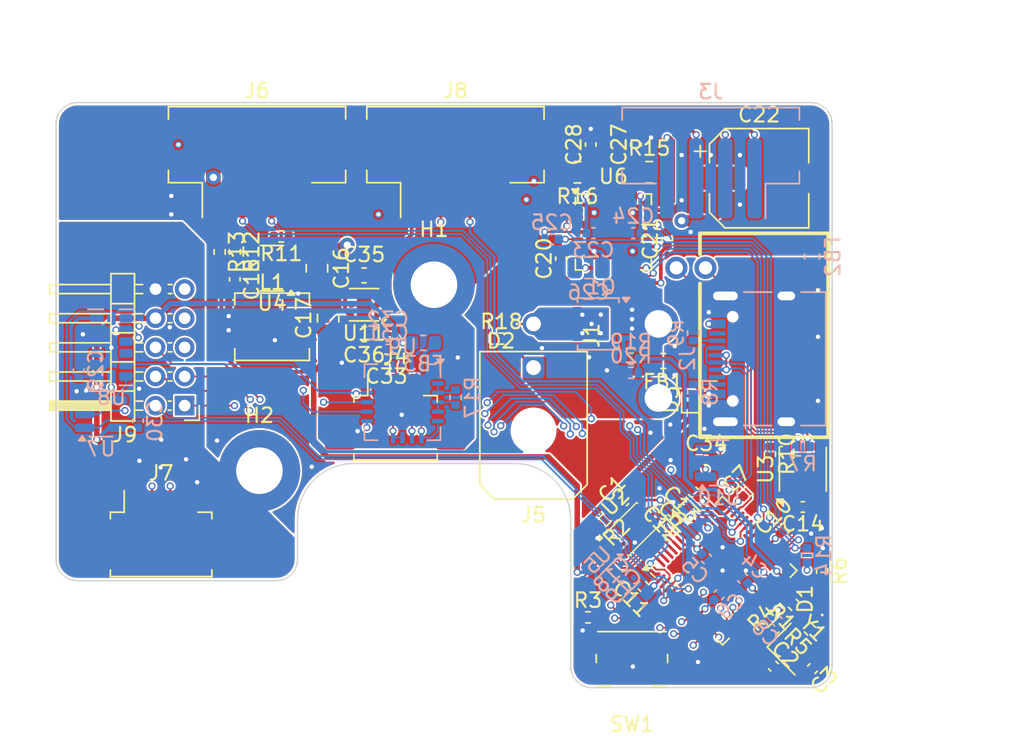
<source format=kicad_pcb>
(kicad_pcb (version 20240108) (generator "pcbnew") (generator_version "8.0")
  (layers (0 "F.Cu" mixed) (1 "In1.Cu" power) (2 "In2.Cu" mixed) (31 "B.Cu" mixed) (34 "B.Paste" user) (35 "F.Paste" user) (36 "B.SilkS" user "B.Silkscreen") (37 "F.SilkS" user "F.Silkscreen") (38 "B.Mask" user) (39 "F.Mask" user) (44 "Edge.Cuts" user))
  (net 0 "")
  (net 1 "/XIN")
  (net 2 "GND")
  (net 3 "+1V1")
  (net 4 "Net-(U4-VBST)")
  (net 5 "Net-(U4-SW)")
  (net 6 "+24V")
  (net 7 "PGND")
  (net 8 "+5V")
  (net 9 "Net-(D1-A)")
  (net 10 "Net-(D2-A)")
  (net 11 "Net-(U9-VDD)")
  (net 12 "/USB_D+")
  (net 13 "/USB_D-")
  (net 14 "Net-(D3-A)")
  (net 15 "/FAN0_PWM")
  (net 16 "/FAN0_DET")
  (net 17 "Net-(J4-Pin_2)")
  (net 18 "Net-(J4-Pin_3)")
  (net 19 "Net-(J4-Pin_1)")
  (net 20 "/FAN1_PWM")
  (net 21 "/FAN1_DET")
  (net 22 "/FAN2_PWM")
  (net 23 "/FAN2_DET")
  (net 24 "/NEO")
  (net 25 "/LDC_SCL")
  (net 26 "/LDC_SDA")
  (net 27 "/ADC0")
  (net 28 "/ADC1")
  (net 29 "Net-(Q1-G)")
  (net 30 "Net-(U1-RUN)")
  (net 31 "Net-(SW1-B)")
  (net 32 "/NOR_CS")
  (net 33 "/XOUT")
  (net 34 "Net-(U4-EN)")
  (net 35 "Net-(U4-VFB)")
  (net 36 "Net-(U3-STB)")
  (net 37 "Net-(U9-BIAS)")
  (net 38 "Net-(U9-ISENSOR)")
  (net 39 "/TMC_EN")
  (net 40 "/HEAT")
  (net 41 "/STATUS")
  (net 42 "/SPI0_CLK")
  (net 43 "/TMC_DIAG")
  (net 44 "/ADXL_INT1")
  (net 45 "/TMC_STEP")
  (net 46 "/ADXL_INT2")
  (net 47 "/NOR_D0")
  (net 48 "/SPI0_CS1")
  (net 49 "/SPI0_MOSI")
  (net 50 "/TEMP_A")
  (net 52 "/NOR_D1")
  (net 53 "/CAN_RX")
  (net 54 "/SPI0_MISO")
  (net 56 "/NOR_D2")
  (net 57 "/ENDSTOP0")
  (net 58 "/CAN_TX")
  (net 59 "/NOR_D3")
  (net 60 "/NOR_CLK")
  (net 61 "/TMC_DIR")
  (net 62 "/TMC_UART")
  (net 63 "/SPI0_CS2")
  (net 64 "/CAN_H")
  (net 65 "/CAN_L")
  (net 68 "Net-(C3-Pad1)")
  (net 69 "Net-(U6-VCP)")
  (net 70 "Net-(U6-CPO)")
  (net 71 "Net-(U6-CPI)")
  (net 72 "Net-(U6-5VOUT)")
  (net 73 "Net-(U6-BRA)")
  (net 74 "Net-(U6-BRB)")
  (net 75 "Net-(D2-K)")
  (net 77 "Net-(J2-CC2)")
  (net 79 "Net-(J2-CC1)")
  (net 80 "Net-(J3-Pin_1)")
  (net 81 "Net-(J3-Pin_4)")
  (net 82 "Net-(J3-Pin_2)")
  (net 83 "Net-(J3-Pin_3)")
  (net 91 "Net-(U8-SDA{slash}SDI{slash}SDIO)")
  (net 95 "/FS")
  (net 98 "+3V3A")
  (net 99 "+3V3B")
  (footprint "Button_Switch_SMD:Panasonic_EVQPUJ_EVQPUA" (layer "F.Cu") (at 118.875 131.84 180)
    (property "Reference" "SW1")
    (property "Value" "BOOT")
  )
  (footprint "Library:Molex_PicoBlade_53261-0471_1x04-1MP_P1.25mm_Horizontal" (layer "F.Cu") (at 86.551 123.502)
    (property "Reference" "J7")
    (property "Value" "LDC")
  )
  (footprint "Capacitor_SMD:C_0603_1608Metric" (layer "F.Cu") (at 100.4885 109.562 180)
    (property "Reference" "C36")
    (property "Value" "1uF")
  )
  (footprint "Library:Molex_PicoBlade_53261-0371_1x03-1MP_P1.25mm_Horizontal" (layer "F.Cu") (at 102.651 115.497)
    (property "Reference" "J4")
    (property "Value" "PT100")
  )
  (footprint "Capacitor_SMD:C_0805_2012Metric" (layer "F.Cu") (at 98.021 108.462 90)
    (property "Reference" "C17")
    (property "Value" "22uF")
  )
  (footprint "Resistor_SMD:R_0402_1005Metric" (layer "F.Cu") (at 131.94 125.83 -90)
    (property "Reference" "R6")
    (property "Value" "430R")
  )
  (footprint "Library:AMASS_XT30PW-M_1x02_P2.50mm_Horizontal" (layer "F.Cu") (at 125.91 109.6518 90)
    (property "Reference" "J1")
    (property "Value" "XT30PB_IN")
  )
  (footprint "Capacitor_SMD:C_0402_1005Metric" (layer "F.Cu") (at 121.302392 103.030001 90)
    (property "Reference" "C21")
    (property "Value" "100nF")
  )
  (footprint "Library:USON-8_2.0x3.0mm_P0.5mm" (layer "F.Cu") (at 118.92 122.96 45)
    (property "Reference" "U2")
    (property "Value" "W25Q16JVUXIQ" (hide yes))
  )
  (footprint "Capacitor_SMD:C_0402_1005Metric" (layer "F.Cu") (at 119.655624 126.890991 135)
    (property "Reference" "C11")
    (property "Value" "100nF")
  )
  (footprint "Capacitor_SMD:C_0402_1005Metric" (layer "F.Cu") (at 131.26892 132.532214 -135)
    (property "Reference" "C3")
    (property "Value" "15pF")
  )
  (footprint "Capacitor_SMD:C_0402_1005Metric" (layer "F.Cu") (at 128.58892 132.363294 -45)
    (property "Reference" "C2")
    (property "Value" "15pF")
  )
  (footprint "Capacitor_SMD:C_0402_1005Metric" (layer "F.Cu") (at 129.417789 122.898816 45)
    (property "Reference" "C10")
    (property "Value" "100nF")
  )
  (footprint "Capacitor_SMD:C_0402_1005Metric" (layer "F.Cu") (at 126.872205 120.353232 45)
    (property "Reference" "C7")
    (property "Value" "100nF")
  )
  (footprint "Package_DFN_QFN:QFN-28-1EP_5x5mm_P0.5mm_EP3.75x3.75mm" (layer "F.Cu") (at 117.602392 102.550001)
    (property "Reference" "U6")
    (property "Value" "TMC2208-LA")
  )
  (footprint "Resistor_SMD:R_0402_1005Metric" (layer "F.Cu") (at 115.86 129.01)
    (property "Reference" "R3")
    (property "Value" "1K")
  )
  (footprint "Inductor_SMD:L_0603_1608Metric" (layer "F.Cu") (at 121.032392 111.41 180)
    (property "Reference" "FB1")
    (property "Value" "120R@100MHz")
  )
  (footprint "Capacitor_SMD:C_0402_1005Metric" (layer "F.Cu") (at 122.414008 121.089104 135)
    (property "Reference" "C6")
    (property "Value" "1uF")
  )
  (footprint "Inductor_SMD:L_Chilisin_BMRA00040420" (layer "F.Cu") (at 94.171499 109.060501)
    (property "Reference" "L1")
    (property "Value" "10uH")
  )
  (footprint "Crystal:Crystal_SMD_2016-4Pin_2.0x1.6mm" (layer "F.Cu") (at 129.92892 131.192214 -45)
    (property "Reference" "Y1")
    (property "Value" "12MHz")
  )
  (footprint "Capacitor_SMD:C_0402_1005Metric" (layer "F.Cu") (at 123.971 118.232)
    (property "Reference" "C34")
    (property "Value" "100nF")
  )
  (footprint "Capacitor_SMD:C_0402_1005Metric" (layer "F.Cu") (at 118.321007 121.018994 45)
    (property "Reference" "C1")
    (property "Value" "100nF")
  )
  (footprint "Resistor_SMD:R_0402_1005Metric" (layer "F.Cu") (at 131.1 129.852214 135)
    (property "Reference" "R5")
    (property "Value" "1K")
  )
  (footprint "Capacitor_SMD:C_0402_1005Metric" (layer "F.Cu") (at 102.026 111.297 180)
    (property "Reference" "C33")
    (property "Value" "10nF")
  )
  (footprint "Package_SON:WSON-6-1EP_2x2mm_P0.65mm_EP1x1.6mm" (layer "F.Cu") (at 100.4885 107.547 180)
    (property "Reference" "U11")
    (property "Value" "LP5912-3.3DRV")
  )
  (footprint "Capacitor_SMD:C_0402_1005Metric" (layer "F.Cu") (at 114.002392 104.38 90)
    (property "Reference" "C20")
    (property "Value" "100nF")
  )
  (footprint "Resistor_SMD:R_0402_1005Metric" (layer "F.Cu") (at 117.000207 122.339794 -135)
    (property "Reference" "R2")
    (property "Value" "10K")
  )
  (footprint "Capacitor_SMD:CP_Elec_6.3x7.7" (layer "F.Cu") (at 127.61 98.86)
    (property "Reference" "C22")
    (property "Value" "100uF")
  )
  (footprint "Capacitor_SMD:C_0402_1005Metric" (layer "F.Cu") (at 123.099808 120.403304 135)
    (property "Reference" "C13")
    (property "Value" "1uF")
  )
  (footprint "Capacitor_SMD:C_0805_2012Metric" (layer "F.Cu") (at 97.251 105.041999 -90)
    (property "Reference" "C16")
    (property "Value" "10uF")
  )
  (footprint "Resistor_SMD:R_0402_1005Metric" (layer "F.Cu") (at 109.916 109.872)
    (property "Reference" "R18")
    (property "Value" "2.2K")
  )
  (footprint "Package_DFN_QFN:QFN-56-1EP_7x7mm_P0.4mm_EP3.2x3.2mm" (layer "F.Cu") (at 125.102392 125.8 45)
    (property "Reference" "U1")
    (property "Value" "RP2040")
  )
  (footprint "Resistor_SMD:R_0402_1005Metric" (layer "F.Cu") (at 91.611 103.922 -90)
    (property "Reference" "R12")
    (property "Value" "100K")
  )
  (footprint "Connector_Molex:Molex_Micro-Fit_3.0_43045-0200_2x01_P3.00mm_Horizontal" (layer "F.Cu") (at 112.12 111.8643 180)
    (property "Reference" "J5")
    (property "Value" "Hotend")
  )
  (footprint "Capacitor_SMD:C_0603_1608Metric" (layer "F.Cu") (at 100.4885 105.532)
    (property "Reference" "C35")
    (property "Value" "2.2uF")
  )
  (footprint "Library:JST_PH_B4B-PH-SM4-TB_1x04-1MP_P2.00mm_Vertical" (layer "F.Cu") (at 106.759 98.306)
    (property "Reference" "J8")
    (property "Value" "FS")
  )
  (footprint "Capacitor_SMD:C_0402_1005Metric" (layer "F.Cu") (at 121.691 121.772 135)
    (property "Reference" "C12")
    (property "Value" "100nF")
  )
  (footprint "Resistor_SMD:R_0805_2012Metric" (layer "F.Cu") (at 115.139892 98.45 180)
    (property "Reference" "R16")
    (property "Value" "11mR")
  )
  (footprint "MountingHole:MountingHole_3.2mm_M3_DIN965_Pad" (layer "F.Cu") (at 93.301 118.943)
    (property "Reference" "H2")
    (property "Value" "MountingHole_Pad")
  )
  (footprint "Capacitor_SMD:C_0402_1005Metric" (layer "F.Cu") (at 119.152392 96.55 90)
    (property "Reference" "C27")
    (property "Value" "100nF")
  )
  (footprint "Resistor_SMD:R_0805_2012Metric" (layer "F.Cu") (at 120.064892 98.45)
    (property "Reference" "R15")
    (property "Value" "11mR")
  )
  (footprint "Capacitor_SMD:C_0402_1005Metric" (layer "F.Cu") (at 130.61 121.43 180)
    (property "Reference" "C14")
    (property "Value" "100nF")
  )
  (footprint "Capacitor_SMD:C_0402_1005Metric" (layer "F.Cu") (at 116.052392 96.55 90)
    (property "Reference" "C28")
    (property "Value" "100nF")
  )
  (footprint "LED_SMD:LED_0402_1005Metric" (layer "F.Cu") (at 131.94 127.7604 90)
    (property "Reference" "D1")
    (property "Value" "LED")
  )
  (footprint "Resistor_SMD:R_0402_1005Metric" (layer "F.Cu") (at 90.571 103.922 -90)
    (property "Reference" "R13")
    (property "Value" "13.3K")
  )
  (footprint "Package_TO_SOT_SMD:SOT-23-6" (layer "F.Cu") (at 94.171499 105.041999 180)
    (property "Reference" "U4")
    (property "Value" "TPS54302")
  )
  (footprint "LED_SMD:LED_0402_1005Metric" (layer "F.Cu") (at 109.891 108.8643 180)
    (property "Reference" "D2")
    (property "Value" "LED")
  )
  (footprint "MountingHole:MountingHole_3.2mm_M3_DIN965_Pad" (layer "F.Cu") (at 105.285 106.172)
    (property "Reference" "H1")
    (property "Value" "MountingHole_Pad")
  )
  (footprint "Diode_SMD:D_SOD-882D" (layer "F.Cu") (at 122.902392 114.05 90)
    (property "Reference" "D3")
    (property "Value" "D_Schottky")
  )
  (footprint "Resistor_SMD:R_0402_1005Metric" (layer "F.Cu") (at 128.588919 129.852214 45)
    (property "Reference" "R4")
    (property "Value" "NC")
  )
  (footprint "Connector_PinHeader_2.00mm:PinHeader_2x05_P2.00mm_Horizontal" (layer "F.Cu") (at 88.167 114.473 180)
    (property "Reference" "J9")
    (property "Value" "Conn_02x05_Odd_Even")
  )
  (footprint "Capacitor_SMD:C_0402_1005Metric" (layer "F.Cu") (at 91.611 105.802 -90)
    (property "Reference" "C15")
    (property "Value" "100nF")
  )
  (footprint "Resistor_SMD:R_0402_1005Metric" (layer "F.Cu") (at 128.352392 117.799999 -90)
    (property "Reference" "R10")
    (property "Value" "10K")
  )
  (footprint "Resistor_SMD:R_0402_1005Metric" (layer "F.Cu") (at 94.798999 102.862 180)
    (property "Reference" "R11")
    (property "Value" "10K")
  )
  (footprint "Resistor_SMD:R_0402_1005Metric" (layer "F.Cu") (at 130.004688 128.156711 135)
    (property "Reference" "R1")
    (property "Value" "1K")
  )
  (footprint "Package_DFN_QFN:DFN-8-1EP_3x3mm_P0.65mm_EP1.55x2.4mm" (layer "F.Cu") (at 130.61 118.84 90)
    (property "Reference" "U3")
    (property "Value" "TJA1042TK-3")
  )
  (footprint "Library:JST_PH_B4B-PH-SM4-TB_1x04-1MP_P2.00mm_Vertical" (layer "F.Cu") (at 93.139 98.306)
    (property "Reference" "J6")
    (property "Value" "FAN2")
  )
  (footprint "Capacitor_SMD:C_0402_1005Metric" (layer "B.Cu") (at 124.012702 124.993153 -45)
    (property "Reference" "C5")
    (property "Value" "100nF")
  )
  (footprint "Package_DFN_QFN:TQFN-20-1EP_5x5mm_P0.65mm_EP3.25x3.25mm" (layer "B.Cu") (at 103.121 114.237001 180)
    (property "Reference" "U9")
    (property "Value" "MAX31865xTP")
  )
  (footprint "Resistor_SMD:R_0402_1005Metric" (layer "B.Cu") (at 106.771 113.912001 90)
    (property "Reference" "R17")
    (property "Value" "430R")
  )
  (footprint "Resistor_SMD:R_0402_1005Metric" (layer "B.Cu") (at 130.902392 124.755165 90)
    (property "Reference" "R14")
    (property "Value" "10K")
  )
  (footprint "Capacitor_SMD:C_0402_1005Metric" (layer "B.Cu") (at 84.963 115.514999 90)
    (property "Reference" "C30")
    (property "Value" "100nF")
  )
  (footprint "Capacitor_SMD:C_0402_1005Metric" (layer "B.Cu") (at 102.111 110.627001 180)
    (property "Reference" "C31")
    (property "Value" "1uF")
  )
  (footprint "Capacitor_SMD:C_0402_1005Metric" (layer "B.Cu") (at 116.230792 102.627501)
    (property "Reference" "C23")
    (property "Value" "100nF")
  )
  (footprint "Resistor_SMD:R_0402_1005Metric" (layer "B.Cu") (at 123.081392 109.500001 -90)
    (property "Reference" "R9")
    (property "Value" "5.1K")
  )
  (footprint "Resistor_SMD:R_0402_1005Metric" (layer "B.Cu") (at 130.61 117.2925)
    (property "Reference" "R7")
    (property "Value" "120R/TBD")
  )
  (footprint "Capacitor_SMD:C_0402_1005Metric" (layer "B.Cu") (at 124.86123 127.455375 45)
    (property "Reference" "C9")
    (property "Value" "100nF")
  )
  (footprint "Capacitor_SMD:C_0402_1005Metric" (layer "B.Cu") (at 126.474925 126.324004 135)
    (property "Reference" "C4")
    (property "Value" "100nF")
  )
  (footprint "Capacitor_SMD:C_0402_1005Metric" (layer "B.Cu") (at 102.111 109.707001 180)
    (property "Reference" "C32")
    (property "Value" "100nF")
  )
  (footprint "Library:JST_PH_B4B-PH-SM4-TB_1x04-1MP_P2.00mm_Vertical" (layer "B.Cu") (at 124.291 98.372 180)
    (property "Reference" "J3")
    (property "Value" "Excluder")
  )
  (footprint "Capacitor_SMD:C_0805_2012Metric" (layer "B.Cu") (at 115.902393 105.012501)
    (property "Reference" "C26")
    (property "Value" "4.7uF")
  )
  (footprint "Inductor_SMD:L_0603_1608Metric" (layer "B.Cu") (at 131.242392 104.24 90)
    (property "Reference" "FB2")
    (property "Value" "120R@100MHz")
  )
  (footprint "Package_TO_SOT_SMD:SOT-23" (layer "B.Cu") (at 124.871 118.402)
    (property "Reference" "U10")
    (property "Value" "TMP235A2")
  )
  (footprint "Inductor_SMD:L_0603_1608Metric" (layer "B.Cu") (at 104.558501 110.167001)
    (property "Reference" "FB3")
    (property "Value" "120R@100MHz")
  )
  (footprint "Capacitor_SMD:C_0603_1608Metric" (layer "B.Cu") (at 116.488107 125.047731 45)
    (property "Reference" "C18")
    (property "Value" "2.2uF")
  )
  (footprint "Capacitor_SMD:C_0402_1005Metric" (layer "B.Cu") (at 80.899 112.073 90)
    (property "Reference" "C29")
    (property "Value" "100nF")
  )
  (footprint "Capacitor_SMD:C_0402_1005Metric" (layer "B.Cu") (at 118.973992 102.627501 180)
    (property "Reference" "C24")
    (property "Value" "100nF")
  )
  (footprint "Capacitor_SMD:C_0402_1005Metric" (layer "B.Cu") (at 128.852104 129.266869 -45)
    (property "Reference" "C8")
    (property "Value" "100nF")
  )
  (footprint "Connector_USB:USB_C_Receptacle_XKB_U262-16XN-4BVC11" (layer "B.Cu") (at 128.402392 111.26 -90)
    (property "Reference" "J2")
    (property "Value" "USB_C_Receptacle_USB2.0_16P")
  )
  (footprint "Package_SON:WSON-6-1EP_2x2mm_P0.65mm_EP1x1.6mm" (layer "B.Cu") (at 117.910507 126.470131 -135)
    (property "Reference" "U5")
    (property "Value" "LP5912-3.3DRV")
  )
  (footprint "Resistor_SMD:R_0402_1005Metric" (layer "B.Cu") (at 118.81 111.252 180)
    (property "Reference" "R19")
    (property "Value" "1K")
  )
  (footprint "Package_TO_SOT_SMD:SOT-23-5" (layer "B.Cu") (at 82.4285 115.045)
    (property "Reference" "U7")
    (property "Value" "OR")
  )
  (footprint "Capacitor_SMD:C_0402_1005Metric" (layer "B.Cu") (at 113.372392 103.050001 180)
    (property "Reference" "C25")
    (property "Value" "22nF")
  )
  (footprint "Package_TO_SOT_SMD:LFPAK33" (layer "B.Cu") (at 116.765 108.8643 180)
    (property "Reference" "Q1")
    (property "Value" "BUK9M8R5-40EX")
  )
  (footprint "Resistor_SMD:R_0402_1005Metric" (layer "B.Cu") (at 118.81 112.222 180)
    (property "Reference" "R20")
    (property "Value" "10K")
  )
  (footprint "Capacitor_SMD:C_0603_1608Metric" (layer "B.Cu") (at 119.332907 127.892531 -135)
    (property "Reference" "C19")
    (property "Value" "1uF")
  )
  (footprint "Resistor_SMD:R_0402_1005Metric" (layer "B.Cu") (at 123.081392 113.519999 90)
    (property "Reference" "R8")
    (property "Value" "5.1K")
  )
  (footprint "Package_LGA:LGA-14_3x5mm_P0.8mm_LayoutBorder1x6y" (layer "B.Cu") (at 83.139 110.473)
    (property "Reference" "U8")
    (property "Value" "ADXL343")
  )
  (gr_line (start 95.918965 122.31201) (end 95.918965 125.017819) (stroke (width 0.1)) (layer "Edge.Cuts"))
  (gr_line (start 131.147732 133.833866) (end 116.145732 133.833866) (stroke (width 0.1)) (layer "Edge.Cuts"))
  (gr_line (start 79.337142 95.138866) (end 79.337142 125.017819) (stroke (width 0.1)) (layer "Edge.Cuts"))
  (gr_arc (start 116.145732 133.833866) (mid 115.103551 133.402181) (end 114.671866 132.36) (stroke (width 0.1)) (layer "Edge.Cuts"))
  (gr_line (start 80.811 126.491685) (end 94.445099 126.491685) (stroke (width 0.1)) (layer "Edge.Cuts"))
  (gr_line (start 114.671866 132.36) (end 114.671866 122.31201) (stroke (width 0.1)) (layer "Edge.Cuts"))
  (gr_line (start 99.783975 118.447) (end 110.806856 118.447) (stroke (width 0.1)) (layer "Edge.Cuts"))
  (gr_line (start 132.621598 132.36) (end 132.621598 95.138866) (stroke (width 0.1)) (layer "Edge.Cuts"))
  (gr_arc (start 132.621598 132.36) (mid 132.189913 133.402181) (end 131.147732 133.833866) (stroke (width 0.1)) (layer "Edge.Cuts"))
  (gr_arc (start 95.918965 122.31201) (mid 97.050999 119.579027) (end 99.783975 118.447) (stroke (width 0.1)) (layer "Edge.Cuts"))
  (gr_arc (start 80.811 126.491685) (mid 79.768813 126.060001) (end 79.337134 125.017819) (stroke (width 0.1)) (layer "Edge.Cuts"))
  (gr_arc (start 131.147724 93.665) (mid 132.189908 94.096682) (end 132.62159 95.138866) (stroke (width 0.1)) (layer "Edge.Cuts"))
  (gr_arc (start 95.918965 125.017819) (mid 95.487273 126.059987) (end 94.445099 126.491685) (stroke (width 0.1)) (layer "Edge.Cuts"))
  (gr_arc (start 79.337142 95.138866) (mid 79.76884 94.09671) (end 80.811008 93.665) (stroke (width 0.1)) (layer "Edge.Cuts"))
  (gr_arc (start 110.806856 118.447) (mid 113.539859 119.57902) (end 114.671866 122.31201) (stroke (width 0.1)) (layer "Edge.Cuts"))
  (gr_line (start 80.811008 93.665) (end 131.147724 93.665) (stroke (width 0.1)) (layer "Edge.Cuts"))
  (segment (start 129.045037 131.02958) (end 128.228295 130.212838) (width 0.127) (layer "F.Cu") (net 1))
  (segment (start 127.108807 128.654944) (end 128.228295 129.774432) (width 0.127) (layer "F.Cu") (net 1))
  (segment (start 129.045037 131.086148) (end 129.045037 131.02958) (width 0.127) (layer "F.Cu") (net 1))
  (segment (start 129.045037 131.086148) (end 129.045037 131.228355) (width 0.127) (layer "F.Cu") (net 1))
  (segment (start 128.228295 129.774432) (end 128.228295 130.212838) (width 0.127) (layer "F.Cu") (net 1))
  (segment (start 129.045037 131.228355) (end 128.249509 132.023883) (width 0.127) (layer "F.Cu") (net 1))
  (segment (start 118.602392 105.012501) (end 118.602392 103.550001) (width 0.254) (layer "F.Cu") (net 2))
  (segment (start 100.4885 106.307) (end 101.2635 105.532) (width 0.254) (layer "F.Cu") (net 2))
  (segment (start 120.064891 102.550001) (end 117.602392 102.550001) (width 0.254) (layer "F.Cu") (net 2))
  (segment (start 118.602392 103.550001) (end 117.602392 102.550001) (width 0.254) (layer "F.Cu") (net 2))
  (segment (start 116.602392 103.550001) (end 117.602392 102.550001) (width 0.254) (layer "F.Cu") (net 2))
  (segment (start 117.102392 105.012501) (end 117.102392 103.050001) (width 0.254) (layer "F.Cu") (net 2))
  (segment (start 100.4885 107.547) (end 100.4885 106.307) (width 0.254) (layer "F.Cu") (net 2))
  (segment (start 120.064891 102.550001) (end 121.302392 102.550001) (width 0.254) (layer "F.Cu") (net 2))
  (segment (start 99.601 107.547) (end 100.4885 107.547) (width 0.254) (layer "F.Cu") (net 2))
  (segment (start 115.139892 102.050001) (end 117.102392 102.050001) (width 0.254) (layer "F.Cu") (net 2))
  (segment (start 117.102392 103.050001) (end 117.602392 102.550001) (width 0.254) (layer "F.Cu") (net 2))
  (segment (start 116.602392 105.012501) (end 116.602392 103.550001) (width 0.254) (layer "F.Cu") (net 2))
  (segment (start 117.102392 102.050001) (end 117.602392 102.550001) (width 0.254) (layer "F.Cu") (net 2))
  (via (at 115.492392 129.91) (size 0.5) (drill 0.3) (layers "F.Cu" "B.Cu") (net 2))
  (via (at 116.281592 103.870801) (size 0.5) (drill 0.3) (layers "F.Cu" "B.Cu") (net 2))
  (via (at 131.182392 123.26) (size 0.5) (drill 0.3) (layers "F.Cu" "B.Cu") (net 2))
  (via (at 106.921 111.172) (size 0.5) (drill 0.3) (layers "F.Cu" "B.Cu") (net 2))
  (via (at 118.923192 101.229201) (size 0.5) (drill 0.3) (layers "F.Cu" "B.Cu") (net 2))
  (via (at 125.102392 124.2) (size 0.5) (drill 0.3) (layers "F.Cu" "B.Cu") (net 2))
  (via (at 89.027 119.7356) (size 0.5) (drill 0.3) (layers "F.Cu" "B.Cu") (net 2))
  (via (at 124.157392 108.06) (size 0.5) (drill 0.3) (layers "F.Cu" "B.Cu") (net 2))
  (via (at 131.652392 114.15) (size 0.5) (drill 0.3) (layers "F.Cu" "B.Cu") (net 2))
  (via (at 121.819893 110.394) (size 0.5) (drill 0.3) (layers "F.Cu" "B.Cu") (net 2))
  (via (at 83.1342 110.49) (size 0.5) (drill 0.3) (layers "F.Cu" "B.Cu") (net 2))
  (via (at 101.473 101.346) (size 0.5) (drill 0.3) (layers "F.Cu" "B.Cu") (net 2))
  (via (at 123.412392 132.08) (size 0.5) (drill 0.3) (layers "F.Cu" "B.Cu") (net 2))
  (via (at 120.766 120.147) (size 0.5) (drill 0.3) (layers "F.Cu" "B.Cu") (net 2))
  (via (at 111.633 100.33) (size 0.5) (drill 0.3) (layers "F.Cu" "B.Cu") (net 2))
  (via (at 100.041 116.222) (size 0.5) (drill 0.3) (layers "F.Cu" "B.Cu") (net 2))
  (via (at 87.1474 109.093) (size 0.5) (drill 0.3) (layers "F.Cu" "B.Cu") (net 2))
  (via (at 125.102392 125.8) (size 0.5) (drill 0.3) (layers "F.Cu" "B.Cu") (net 2))
  (via (at 85.0392 113.3094) (size 0.5) (drill 0.3) (layers "F.Cu" "B.Cu") (net 2))
  (via (at 119.0752 123.8758) (size 0.5) (drill 0.3) (layers "F.Cu" "B.Cu") (net 2))
  (via (at 88.265 118.1608) (size 0.5) (drill 0.3) (layers "F.Cu" "B.Cu") (net 2))
  (via (at 103.071 115.102) (size 0.5) (drill 0.3) (layers "F.Cu" "B.Cu") (net 2))
  (via (at 121.511 115.772) (size 0.5) (drill 0.3) (layers "F.Cu" "B.Cu") (net 2))
  (via (at 124.157392 114.46) (size 0.5) (drill 0.3) (layers "F.Cu" "B.Cu") (net 2))
  (via (at 87.739 96.556) (size 0.5) (drill 0.3) (layers "F.Cu" "B.Cu") (net 2))
  (via (at 118.942392 132.39) (size 0.5) (drill 0.3) (layers "F.Cu" "B.Cu") (net 2))
  (via (at 121.801 112.382) (size 0.5) (drill 0.3) (layers "F.Cu" "B.Cu") (net 2))
  (via (at 116.5133 123.572) (size 0.5) (drill 0.3) (layers "F.Cu" "B.Cu") (net 2))
  (via (at 123.850992 116.072) (size 0.5) (drill 0.3) (layers "F.Cu" "B.Cu") (net 2))
  (via (at 126.702392 125.8) (size 0.5) (drill 0.3) (layers "F.Cu" "B.Cu") (net 2))
  (via (at 121.716 121.097) (size 0.5) (drill 0.3) (layers "F.Cu" "B.Cu") (net 2))
  (via (at 112.141 99.06) (size 0.5) (drill 0.3) (layers "F.Cu" "B.Cu") (net 2))
  (via (at 81.1784 109.5756) (size 0.5) (drill 0.3) (layers "F.Cu" "B.Cu") (net 2))
  (via (at 116.281592 101.229201) (size 0.5) (drill 0.3) (layers "F.Cu" "B.Cu") (net 2))
  (via (at 131.652392 109.75) (size 0.5) (drill 0.3) (layers "F.Cu" "B.Cu") (net 2))
  (via (at 80.7466 113.4872) (size 0.5) (drill 0.3) (layers "F.Cu" "B.Cu") (net 2))
  (via (at 81.407 113.4364) (size 0.5) (drill 0.3) (layers "F.Cu" "B.Cu") (net 2))
  (via (at 131.982392 124.26) (size 0.5) (drill 0.3) (layers "F.Cu" "B.Cu") (net 2))
  (via (at 86.5632 116.8146) (size 0.5) (drill 0.3) (layers "F.Cu" "B.Cu") (net 2))
  (via (at 118.923192 103.870801) (size 0.5) (drill 0.3) (layers "F.Cu" "B.Cu") (net 2))
  (via (at 86.5124 118.7196) (size 0.5) (drill 0.3) (layers "F.Cu" "B.Cu") (net 2))
  (via (at 131.912392 122.89) (size 0.5) (drill 0.3) (layers "F.Cu" "B.Cu") (net 2))
  (via (at 85.0646 118.2624) (size 0.5) (drill 0.3) (layers "F.Cu" "B.Cu") (net 2))
  (via (at 131.652392 106.55) (size 0.5) (drill 0.3) (layers "F.Cu" "B.Cu") (net 2))
  (via (at 121.531 118.222) (size 0.5) (drill 0.3) (layers "F.Cu" "B.Cu") (net 2))
  (via (at 98.9584 111.5314) (size 0.5) (drill 0.3) (layers "F.Cu" "B.Cu") (net 2))
  (segment (start 116.852392 105.012501) (end 116.852392 104.033392) (width 0.254) (layer "B.Cu") (net 2))
  (segment (start 116.689801 103.870801) (end 116.852392 104.033392) (width 0.254) (layer "B.Cu") (net 2))
  (segment (start 101.631 110.337001) (end 101.631 111.037001) (width 0.254) (layer "B.Cu") (net 2))
  (segment (start 101.821 111.227001) (end 101.821 111.799501) (width 0.254) (layer "B.Cu") (net 2))
  (segment (start 101.631 111.037001) (end 101.821 111.227001) (width 0.254) (layer "B.Cu") (net 2))
  (segment (start 101.631 110.627001) (end 101.631 109.707001) (width 0.254) (layer "B.Cu") (net 2))
  (segment (start 82.139 111.673) (end 80.979 111.673) (width 0.254) (layer "B.Cu") (net 2))
  (segment (start 80.979 111.673) (end 80.899 111.593) (width 0.254) (layer "B.Cu") (net 2))
  (segment (start 116.281592 103.870801) (end 116.689801 103.870801) (width 0.254) (layer "B.Cu") (net 2))
  (segment (start 124.593431 122.745454) (end 124.593431 123.073202) (width 0.1778) (layer "F.Cu") (net 3))
  (segment (start 123.276492 121.428515) (end 122.753419 121.428515) (width 0.1778) (layer "F.Cu") (net 3))
  (segment (start 124.593431 123.073202) (end 123.343091 124.323542) (width 0.1778) (layer "F.Cu") (net 3))
  (segment (start 123.944505 122.096528) (end 123.276492 121.428515) (width 0.1778) (layer "F.Cu") (net 3))
  (segment (start 122.530291 123.510742) (end 123.343091 124.323542) (width 0.1778) (layer "F.Cu") (net 3))
  (segment (start 127.957336 127.806415) (end 127.144536 126.993615) (width 0.1778) (layer "F.Cu") (net 3))
  (segment (start 123.944505 122.096528) (end 124.593431 122.745454) (width 0.1778) (layer "F.Cu") (net 3))
  (via (at 123.343091 124.323542) (size 0.5) (drill 0.3) (layers "F.Cu" "B.Cu") (net 3))
  (via (at 127.144536 126.993615) (size 0.5) (drill 0.3) (layers "F.Cu" "B.Cu") (net 3))
  (segment (start 123.343091 124.323542) (end 123.673291 124.653742) (width 0.1778) (layer "B.Cu") (net 3))
  (segment (start 126.814336 126.663415) (end 127.144536 126.993615) (width 0.1778) (layer "B.Cu") (net 3))
  (segment (start 91.611 105.322) (end 92.280998 105.991998) (width 0.254) (layer "F.Cu") (net 4))
  (segment (start 92.280998 105.991998) (end 93.033999 105.991998) (width 0.254) (layer "F.Cu") (net 4))
  (segment (start 111.091 110.8353) (end 111.091 110.537) (width 0.1778) (layer "F.Cu") (net 6))
  (segment (start 122.291499 101.780502) (end 124.182498 101.780502) (width 0.762) (layer "F.Cu") (net 6))
  (segment (start 124.182498 101.780502) (end 124.91 101.053) (width 0.762) (layer "F.Cu") (net 6))
  (segment (start 97.251 104.092) (end 98.691 104.092) (width 1.016) (layer "F.Cu") (net 6))
  (segment (start 112.12 111.8643) (end 111.091 110.8353) (width 0.1778) (layer "F.Cu") (net 6))
  (segment (start 119.453992 100.087501) (end 119.102392 100.087501) (width 0.254) (layer "F.Cu") (net 6))
  (segment (start 98.691 104.092) (end 99.331 103.452) (width 1.016) (layer "F.Cu") (net 6))
  (segment (start 111.091 110.537) (end 110.426 109.872) (width 0.1778) (layer "F.Cu") (net 6))
  (segment (start 115.750792 100.087501) (end 116.102392 100.087501) (width 0.254) (layer "F.Cu") (net 6))
  (segment (start 124.91 101.053) (end 124.91 98.86) (width 0.762) (layer "F.Cu") (net 6))
  (via (at 90.139 98.806) (size 1) (drill 0.5) (layers "F.Cu" "B.Cu") (net 6))
  (via (at 122.291499 101.780502) (size 1) (drill 0.5) (layers "F.Cu" "B.Cu") (net 6))
  (via (at 99.331 103.452) (size 1) (drill 0.5) (layers "F.Cu" "B.Cu") (net 6))
  (via (at 115.750792 100.087501) (size 0.5) (drill 0.3) (layers "F.Cu" "B.Cu") (net 6))
  (via (at 119.453992 100.087501) (size 0.5) (drill 0.3) (layers "F.Cu" "B.Cu") (net 6))
  (segment (start 119.453992 100.087501) (end 119.453992 102.627501) (width 0.254) (layer "B.Cu") (net 6))
  (segment (start 115.750792 100.087501) (end 115.750792 102.627501) (width 0.254) (layer "B.Cu") (net 6))
  (via (at 90.391 116.872) (size 0.5) (drill 0.3) (layers "F.Cu" "B.Cu") (net 7))
  (via (at 115.931 111.152) (size 0.5) (drill 0.3) (layers "F.Cu" "B.Cu") (net 7))
  (via (at 118.8842 108.5393) (size 0.5) (drill 0.3) (layers "F.Cu" "B.Cu") (net 7))
  (via (at 91.191 109.297) (size 0.5) (drill 0.3) (layers "F.Cu" "B.Cu") (net 7))
  (via (at 126.291 100.672) (size 0.5) (drill 0.3) (layers "F.Cu" "B.Cu") (net 7))
  (via (at 95.9612 106.7816) (size 0.5) (drill 0.3) (layers "F.Cu" "B.Cu") (net 7))
  (via (at 116.052392 95.472) (size 0.5) (drill 0.3) (layers "F.Cu" "B.Cu") (net 7))
  (via (at 87.249 100.076) (size 0.5) (drill 0.3) (layers "F.Cu" "B.Cu") (net 7))
  (via (at 117.161 112.052) (size 0.5) (drill 0.3) (layers "F.Cu" "B.Cu") (net 7))
  (via (at 94.361 109.982) (size 0.5) (drill 0.3) (layers "F.Cu" "B.Cu") (net 7))
  (via (at 120.151 116.332) (size 0.5) (drill 0.3) (layers "F.Cu" "B.Cu") (net 7))
  (via (at 112.701 110.522) (size 0.5) (drill 0.3) (layers "F.Cu" "B.Cu") (net 7))
  (via (at 118.8842 107.8893) (size 0.5) (drill 0.3) (layers "F.Cu" "B.Cu") (net 7))
  (via (at 120.191 96.07) (size 0.5) (drill 0.3) (layers "F.Cu" "B.Cu") (net 7))
  (via (at 96.891 118.672) (size 0.5) (drill 0.3) (layers "F.Cu" "B.Cu") (net 7))
  (via (at 87.249 101.346) (size 0.5) (drill 0.3) (layers "F.Cu" "B.Cu") (net 7))
  (via (at 124.291 97.272) (size 0.5) (drill 0.3) (layers "F.Cu" "B.Cu") (net 7))
  (via (at 91.191 108.331) (size 0.5) (drill 0.3) (layers "F.Cu" "B.Cu") (net 7))
  (via (at 122.291 97.272) (size 0.5) (drill 0.3) (layers "F.Cu" "B.Cu") (net 7))
  (via (at 122.907599 102.551518) (size 0.5) (drill 0.3) (layers "F.Cu" "B.Cu") (net 7))
  (via (at 122.291 100.372) (size 0.5) (drill 0.3) (layers "F.Cu" "B.Cu") (net 7))
  (via (at 118.8842 109.1893) (size 0.5) (drill 0.3) (layers "F.Cu" "B.Cu") (net 7))
  (via (at 126.291 97.272) (size 0.5) (drill 0.3) (layers "F.Cu" "B.Cu") (net 7))
  (segment (start 97.241 111.9378) (end 98.021 111.1578) (width 0.381) (layer "F.Cu") (net 8))
  (segment (start 96.372998 109.411999) (end 96.0215 109.060501) (width 0.254) (layer "F.Cu") (net 8))
  (segment (start 115.205696 122.996696) (end 122.902392 115.3) (width 0.381) (layer "F.Cu") (net 8))
  (segment (start 97.028 117.059) (end 97.966 117.997) (width 0.381) (layer "F.Cu") (net 8))
  (segment (start 99.413501 108.197) (end 99.181 107.964499) (width 0.254) (layer "F.Cu") (net 8))
  (segment (start 91.9948 112.1508) (end 90.691 110.847) (width 0.254) (layer "F.Cu") (net 8))
  (segment (start 97.241 111.9378) (end 97.028 112.1508) (width 0.381) (layer "F.Cu") (net 8))
  (segment (start 98.386001 109.411999) (end 99.601 108.197) (width 0.254) (layer "F.Cu") (net 8))
  (segment (start 97.028 112.1508) (end 91.9948 112.1508) (width 0.254) (layer "F.Cu") (net 8))
  (segment (start 97.028 112.1508) (end 97.028 117.059) (width 0.381) (layer "F.Cu") (net 8))
  (segment (start 90.691 105.351999) (end 91.611 104.431999) (width 0.254) (layer "F.Cu") (net 8))
  (segment (start 99.601 108.197) (end 99.413501 108.197) (width 0.254) (layer "F.Cu") (net 8))
  (segment (start 99.601 106.897) (end 99.601 105.6445) (width 0.254) (layer "F.Cu") (net 8))
  (segment (start 122.902392 115.3) (end 122.902392 114.45) (width 0.381) (layer "F.Cu") (net 8))
  (segment (start 90.691 110.847) (end 90.691 105.351999) (width 0.254) (layer "F.Cu") (net 8))
  (segment (start 115.121866 125.912) (end 115.121866 123.080526) (width 0.381) (layer "F.Cu") (net 8))
  (segment (start 99.426 106.897) (end 99.601 106.897) (width 0.254) (layer "F.Cu") (net 8))
  (segment (start 98.021 111.1578) (end 98.021 109.411999) (width 0.381) (layer "F.Cu") (net 8))
  (segment (start 99.181 107.964499) (end 99.181 107.142) (width 0.254) (layer "F.Cu") (net 8))
  (segment (start 97.966 117.997) (end 113.141 117.997) (width 0.381) (layer "F.Cu") (net 8))
  (segment (start 99.601 105.6445) (end 99.7135 105.532) (width 0.254) (layer "F.Cu") (net 8))
  (segment (start 99.181 107.142) (end 99.426 106.897) (width 0.254) (layer "F.Cu") (net 8))
  (segment (start 98.021 109.411999) (end 98.386001 109.411999) (width 0.254) (layer "F.Cu") (net 8))
  (segment (start 98.021 109.411999) (end 96.372998 109.411999) (width 0.254) (layer "F.Cu") (net 8))
  (segment (start 115.121866 119.977866) (end 115.121866 123.080526) (width 0.381) (layer "F.Cu") (net 8))
  (segment (start 115.121866 123.080526) (end 115.205696 122.996696) (width 0.254) (layer "F.Cu") (net 8))
  (segment (start 113.141 117.997) (end 115.121866 119.977866) (width 0.381) (layer "F.Cu") (net 8))
  (via (at 115.121866 125.912) (size 0.5) (drill 0.3) (layers "F.Cu" "B.Cu") (net 8))
  (segment (start 115.940099 125.595739) (end 115.623838 125.912) (width 0.254) (layer "B.Cu") (net 8))
  (segment (start 115.940099 125.595739) (end 116.402392 126.058032) (width 0.254) (layer "B.Cu") (net 8))
  (segment (start 117.609987 127.68989) (end 117.286698 127.68989) (width 0.254) (layer "B.Cu") (net 8))
  (segment (start 117.286698 127.68989) (end 116.690748 127.09394) (width 0.254) (layer "B.Cu") (net 8))
  (segment (start 116.690747 126.770652) (end 116.690748 127.09394) (width 0.254) (layer "B.Cu") (net 8))
  (segment (start 116.402392 126.058032) (end 116.402392 126.217131) (width 0.254) (layer "B.Cu") (net 8))
  (segment (start 117.742569 127.557308) (end 117.609987 127.68989) (width 0.254) (layer "B.Cu") (net 8))
  (segment (start 116.402392 126.217131) (end 116.82333 126.638069) (width 0.254) (layer "B.Cu") (net 8))
  (segment (start 116.82333 126.638069) (end 116.690747 126.770652) (width 0.254) (layer "B.Cu") (net 8))
  (segment (start 115.623838 125.912) (end 115.121866 125.912) (width 0.254) (layer "B.Cu") (net 8))
  (segment (start 131.94 126.34) (end 131.94 127.2754) (width 0.127) (layer "F.Cu") (net 9))
  (segment (start 109.406 109.872) (end 109.406 108.8643) (width 0.127) (layer "F.Cu") (net 10))
  (segment (start 104.421 111.092003) (end 105.346002 110.167001) (width 0.254) (layer "B.Cu") (net 11))
  (segment (start 104.421 111.799501) (end 104.421 111.092003) (width 0.254) (layer "B.Cu") (net 11))
  (segment (start 104.421 111.799501) (end 104.421 111.262003) (width 0.254) (layer "B.Cu") (net 11))
  (segment (start 125.353525 111.008561) (end 125.353525 112.008867) (width 0.127) (layer "F.Cu") (net 12))
  (segment (start 125.353525 112.008867) (end 125.352392 112.01) (width 0.127) (layer "F.Cu") (net 12))
  (segment (start 122.896135 122.17953) (end 123.378819 122.662214) (width 0.127) (layer "F.Cu") (net 12))
  (via (at 125.073058 119.781663) (size 0.5) (drill 0.3) (layers "F.Cu" "B.Cu") (net 12))
  (via (at 122.896135 122.17953) (size 0.5) (drill 0.3) (layers "F.Cu" "B.Cu") (net 12))
  (via (at 125.353525 111.008561) (size 0.5) (drill 0.3) (layers "F.Cu" "B.Cu") (net 12))
  (via (at 125.352392 112.01) (size 0.5) (drill 0.3) (layers "F.Cu" "B.Cu") (net 12))
  (segment (start 126.759992 112.323128) (end 126.759992 119.083325) (width 0.127) (layer "B.Cu") (net 12))
  (segment (start 125.352086 111.01) (end 125.353525 111.008561) (width 0.127) (layer "B.Cu") (net 12))
  (segment (start 125.498872 119.6196) (end 125.336809 119.781663) (width 0.127) (layer "B.Cu") (net 12))
  (segment (start 126.349264 111.9124) (end 126.759992 112.323128) (width 0.127) (layer "B.Cu") (net 12))
  (segment (start 124.732392 111.01) (end 125.352086 111.01) (width 0.127) (layer "B.Cu") (net 12))
  (segment (start 125.336809 119.781663) (end 125.073058 119.781663) (width 0.127) (layer "B.Cu") (net 12))
  (segment (start 126.759992 119.083325) (end 126.223717 119.6196) (width 0.127) (layer "B.Cu") (net 12))
  (segment (start 125.692493 111.9124) (end 126.349264 111.9124) (width 0.127) (layer "B.Cu") (net 12))
  (segment (start 126.223717 119.6196) (end 125.498872 119.6196) (width 0.127) (layer "B.Cu") (net 12))
  (segment (start 124.732392 112.01) (end 125.594893 112.01) (width 0.127) (layer "B.Cu") (net 12))
  (segment (start 125.594893 112.01) (end 125.692493 111.9124) (width 0.127) (layer "B.Cu") (net 12))
  (segment (start 124.089447 122.870516) (end 124.089447 122.807156) (width 0.127) (layer "F.Cu") (net 13))
  (segment (start 124.089447 122.807156) (end 123.661662 122.379371) (width 0.127) (layer "F.Cu") (net 13))
  (via (at 125.552336 120.260941) (size 0.5) (drill 0.3) (layers "F.Cu" "B.Cu") (net 13))
  (via (at 124.089447 122.870516) (size 0.5) (drill 0.3) (layers "F.Cu" "B.Cu") (net 13))
  (segment (start 127.064792 119.209581) (end 126.349973 119.9244) (width 0.127) (layer "B.Cu") (net 13))
  (segment (start 125.594893 111.51) (end 125.692493 111.6076) (width 0.127) (layer "B.Cu") (net 13))
  (segment (start 124.732392 111.51) (end 125.594893 111.51) (width 0.127) (layer "B.Cu") (net 13))
  (segment (start 124.030392 110.51) (end 124.732392 110.51) (width 0.127) (layer "B.Cu") (net 13))
  (segment (start 125.552336 119.99719) (end 125.552336 120.260941) (width 0.127) (layer "B.Cu") (net 13))
  (segment (start 126.349973 119.9244) (end 125.625126 119.9244) (width 0.127) (layer "B.Cu") (net 13))
  (segment (start 125.692493 111.6076) (end 126.47552 111.6076) (width 0.127) (layer "B.Cu") (net 13))
  (segment (start 123.992292 110.5481) (end 124.030392 110.51) (width 0.127) (layer "B.Cu") (net 13))
  (segment (start 123.992292 111.4719) (end 123.992292 110.5481) (width 0.127) (layer "B.Cu") (net 13))
  (segment (start 126.47552 111.6076) (end 127.064792 112.196872) (width 0.127) (layer "B.Cu") (net 13))
  (segment (start 125.625126 119.9244) (end 125.552336 119.99719) (width 0.127) (layer "B.Cu") (net 13))
  (segment (start 124.732392 111.51) (end 124.030392 111.51) (width 0.127) (layer "B.Cu") (net 13))
  (segment (start 124.030392 111.51) (end 123.992292 111.4719) (width 0.127) (layer "B.Cu") (net 13))
  (segment (start 127.064792 112.196872) (end 127.064792 119.209581) (width 0.127) (layer "B.Cu") (net 13))
  (segment (start 124.157392 113.65) (end 122.902392 113.65) (width 0.254) (layer "F.Cu") (net 14))
  (via (at 124.157392 108.86) (size 0.5) (drill 0.3) (layers "F.Cu" "B.Cu") (net 14))
  (via (at 124.157392 113.65) (size 0.5) (drill 0.3) (layers "F.Cu" "B.Cu") (net 14))
  (segment (start 123.158993 129.723298) (end 120.791 129.723298) (width 0.127) (layer "F.Cu") (net 15))
  (segment (start 92.672274 114.048) (end 91.097274 112.473) (width 0.127) (layer "F.Cu") (net 15))
  (segment (start 123.661662 129.220629) (end 123.158993 129.723298) (width 0.127) (layer "F.Cu") (net 15))
  (segment (start 91.097274 112.473) (end 88.167 112.473) (width 0.127) (layer "F.Cu") (net 15))
  (via (at 120.791 129.723298) (size 0.5) (drill 0.3) (layers "F.Cu" "B.Cu") (net 15))
  (via (at 108.995065 115.819064) (size 0.5) (drill 0.3) (layers "F.Cu" "B.Cu") (net 15))
  (via (at 92.672274 114.048) (size 0.5) (drill 0.3) (layers "F.Cu" "B.Cu") (net 15))
  (via (at 115.0561 115.907435) (size 0.5) (drill 0.3) (layers "F.Cu" "B.Cu") (net 15))
  (segment (start 108.995065 115.819064) (end 108.995065 115.567935) (width 0.127) (layer "B.Cu") (net 15))
  (segment (start 110.5838 113.9792) (end 112.691 113.9792) (width 0.127) (layer "B.Cu") (net 15))
  (segment (start 108.995065 115.567935) (end 110.5838 113.9792) (width 0.127) (layer "B.Cu") (net 15))
  (segment (start 112.691 113.9792) (end 112.763105 113.9792) (width 0.127) (layer "B.Cu") (net 15))
  (segment (start 115.0561 115.826769) (end 113.208531 113.9792) (width 0.127) (layer "B.Cu") (net 15))
  (segment (start 115.0561 115.907435) (end 115.0561 115.826769) (width 0.127) (layer "B.Cu") (net 15))
  (segment (start 113.208531 113.9792) (end 112.691 113.9792) (width 0.127) (layer "B.Cu") (net 15))
  (segment (start 123.841 130.172) (end 123.841661 130.172) (width 0.127) (layer "F.Cu") (net 16))
  (segment (start 91.59 114.473) (end 88.167 114.473) (width 0.127) (layer "F.Cu") (net 16))
  (segment (start 123.841661 130.172) (end 124.227347 129.786314) (width 0.127) (layer "F.Cu") (net 16))
  (segment (start 123.091 130.922) (end 123.841 130.172) (width 0.127) (layer "F.Cu") (net 16))
  (segment (start 91.591 114.472) (end 91.59 114.473) (width 0.127) (layer "F.Cu") (net 16))
  (via (at 123.091 130.922) (size 0.5) (drill 0.3) (layers "F.Cu" "B.Cu") (net 16))
  (via (at 114.191 115.872) (size 0.5) (drill 0.3) (layers "F.Cu" "B.Cu") (net 16))
  (via (at 91.591 114.472) (size 0.5) (drill 0.3) (layers "F.Cu" "B.Cu") (net 16))
  (via (at 109.871166 115.852166) (size 0.5) (drill 0.3) (layers "F.Cu" "B.Cu") (net 16))
  (segment (start 109.871166 115.852166) (end 111.286932 114.4364) (width 0.127) (layer "B.Cu") (net 16))
  (segment (start 112.9054 114.4364) (end 114.191 115.722) (width 0.127) (layer "B.Cu") (net 16))
  (segment (start 114.191 115.722) (end 114.191 115.872) (width 0.127) (layer "B.Cu") (net 16))
  (segment (start 111.286932 114.4364) (end 112.9054 114.4364) (width 0.127) (layer "B.Cu") (net 16))
  (segment (start 102.651 113.097) (end 102.651 111.442) (width 0.127) (layer "F.Cu") (net 17))
  (segment (start 102.651 112.672) (end 102.651 113.472) (width 0.127) (layer "F.Cu") (net 17))
  (segment (start 102.651 113.472) (end 103.771 114.592) (width 0.127) (layer "F.Cu") (net 17))
  (segment (start 103.771 114.592) (end 103.771 116.213603) (width 0.127) (layer "F.Cu") (net 17))
  (segment (start 102.651 111.442) (end 102.506 111.297) (width 0.127) (layer "F.Cu") (net 17))
  (via (at 103.771 116.213603) (size 0.5) (drill 0.3) (layers "F.Cu" "B.Cu") (net 17))
  (segment (start 103.771 116.213603) (end 103.771 116.674501) (width 0.127) (layer "B.Cu") (net 17))
  (segment (start 103.901 112.672) (end 104.421 113.192) (width 0.127) (layer "F.Cu") (net 18))
  (segment (start 104.421 113.192) (end 104.421 116.213603) (width 0.127) (layer "F.Cu") (net 18))
  (via (at 104.421 116.213603) (size 0.5) (drill 0.3) (layers "F.Cu" "B.Cu") (net 18))
  (segment (start 104.421 116.674501) (end 105.088499 116.674501) (width 0.127) (layer "B.Cu") (net 18))
  (segment (start 105.5585 116.2045) (end 105.5585 115.537001) (width 0.127) (layer "B.Cu") (net 18))
  (segment (start 104.421 116.213603) (end 104.421 116.674501) (width 0.127) (layer "B.Cu") (net 18))
  (segment (start 105.088499 116.674501) (end 105.5585 116.2045) (width 0.127) (layer "B.Cu") (net 18))
  (segment (start 101.401 111.442) (end 101.546 111.297) (width 0.127) (layer "F.Cu") (net 19))
  (segment (start 101.401 113.097) (end 101.401 111.442) (width 0.127) (layer "F.Cu") (net 19))
  (segment (start 101.401 113.472) (end 102.471 114.542) (width 0.127) (layer "F.Cu") (net 19))
  (segment (start 102.471 114.542) (end 102.471 116.213603) (width 0.127) (layer "F.Cu") (net 19))
  (segment (start 101.401 112.672) (end 101.401 113.472) (width 0.127) (layer "F.Cu") (net 19))
  (via (at 102.471 116.213603) (size 0.5) (drill 0.3) (layers "F.Cu" "B.Cu") (net 19))
  (segment (start 102.471 116.674501) (end 103.121 116.674501) (width 0.127) (layer "B.Cu") (net 19))
  (segment (start 102.471 116.213603) (end 102.471 116.674501) (width 0.127) (layer "B.Cu") (net 19))
  (segment (start 123.309579 130.138398) (end 123.944505 129.503472) (width 0.127) (layer "F.Cu") (net 20))
  (segment (start 121.741 130.138398) (end 123.309579 130.138398) (width 0.127) (layer "F.Cu") (net 20))
  (segment (start 86.6962 112.473) (end 86.167 112.473) (width 0.127) (layer "F.Cu") (net 20))
  (segment (start 91.2808 113.4618) (end 87.685 113.4618) (width 0.127) (layer "F.Cu") (net 20))
  (segment (start 87.685 113.4618) (end 86.6962 112.473) (width 0.127) (layer "F.Cu") (net 20))
  (segment (start 92.641 114.822) (end 91.2808 113.4618) (width 0.127) (layer "F.Cu") (net 20))
  (via (at 114.641 116.422) (size 0.5) (drill 0.3) (layers "F.Cu" "B.Cu") (net 20))
  (via (at 92.641 114.822) (size 0.5) (drill 0.3) (layers "F.Cu" "B.Cu") (net 20))
  (via (at 109.410165 116.275619) (size 0.5) (drill 0.3) (layers "F.Cu" "B.Cu") (net 20))
  (via (at 121.741 130.138398) (size 0.5) (drill 0.3) (layers "F.Cu" "B.Cu") (net 20))
  (segment (start 109.410165 115.726125) (end 110.92849 114.2078) (width 0.127) (layer "B.Cu") (net 20))
  (segment (start 110.92849 114.2078) (end 113.113841 114.2078) (width 0.127) (layer "B.Cu") (net 20))
  (segment (start 114.641 115.734959) (end 114.641 116.422) (width 0.127) (layer "B.Cu") (net 20))
  (segment (start 109.410165 116.275619) (end 109.410165 115.726125) (width 0.127) (layer "B.Cu") (net 20))
  (segment (start 113.113841 114.2078) (end 114.641 115.734959) (width 0.127) (layer "B.Cu") (net 20))
  (segment (start 87.3016 111.6076) (end 86.167 110.473) (width 0.127) (layer "F.Cu") (net 21))
  (segment (start 90.9006 111.6076) (end 87.3016 111.6076) (width 0.127) (layer "F.Cu") (net 21))
  (segment (start 122.442723 129.308198) (end 123.095977 128.654944) (width 0.127) (layer "F.Cu") (net 21))
  (segment (start 122.291 129.308198) (end 122.442723 129.308198) (width 0.127) (layer "F.Cu") (net 21))
  (segment (start 93.341 114.048) (end 90.9006 111.6076) (width 0.127) (layer "F.Cu") (net 21))
  (via (at 115.4712 116.393974) (size 0.5) (drill 0.3) (layers "F.Cu" "B.Cu") (net 21))
  (via (at 122.291 129.308198) (size 0.5) (drill 0.3) (layers "F.Cu" "B.Cu") (net 21))
  (via (at 93.341 114.048) (size 0.5) (drill 0.3) (layers "F.Cu" "B.Cu") (net 21))
  (via (at 108.777887 115.022155) (size 0.5) (drill 0.3) (layers "F.Cu" "B.Cu") (net 21))
  (segment (start 113.486306 113.7506) (end 110.049442 113.7506) (width 0.127) (layer "B.Cu") (net 21))
  (segment (start 110.049442 113.7506) (end 108.777887 115.022155) (width 0.127) (layer "B.Cu") (net 21))
  (segment (start 115.4712 115.735494) (end 113.486306 113.7506) (width 0.127) (layer "B.Cu") (net 21))
  (segment (start 115.4712 116.393974) (end 115.4712 115.735494) (width 0.127) (layer "B.Cu") (net 21))
  (segment (start 92.139 98.806) (end 92.139 101.795) (width 0.127) (layer "F.Cu") (net 22))
  (segment (start 121.112237 125.733237) (end 121.461 126.082) (width 0.127) (layer "F.Cu") (net 22))
  (segment (start 120.142 125.3236) (end 120.551637 125.733237) (width 0.127) (layer "F.Cu") (net 22))
  (segment (start 92.139 101.795) (end 92.141 101.797) (width 0.127) (layer "F.Cu") (net 22))
  (segment (start 121.461 126.330123) (end 121.116078 126.675045) (width 0.127) (layer "F.Cu") (net 22))
  (segment (start 121.461 126.082) (end 121.461 126.330123) (width 0.127) (layer "F.Cu") (net 22))
  (segment (start 120.551637 125.733237) (end 121.112237 125.733237) (width 0.127) (layer "F.Cu") (net 22))
  (via (at 120.142 125.3236) (size 0.5) (drill 0.3) (layers "F.Cu" "B.Cu") (net 22))
  (via (at 92.141 101.797) (size 0.5) (drill 0.3) (layers "F.Cu" "B.Cu") (net 22))
  (segment (start 116.3739 113.2874) (end 111.203901 113.2874) (width 0.127) (layer "B.Cu") (net 22))
  (segment (start 108.9484 104.4619) (end 107.18171 102.69521) (width 0.127) (layer "B.Cu") (net 22))
  (segment (start 118.7707 118.048279) (end 118.7707 116.857186) (width 0.127) (layer "B.Cu") (net 22))
  (segment (start 107.18171 102.69521) (end 93.03921 102.69521) (width 0.127) (layer "B.Cu") (net 22))
  (segment (start 121.3104 124.1552) (end 121.3104 122.739689) (width 0.127) (layer "B.Cu") (net 22))
  (segment (start 118.7707 116.857186) (end 118.081042 116.167527) (width 0.127) (layer "B.Cu") (net 22))
  (segment (start 118.081042 116.167527) (end 118.081042 114.994542) (width 0.127) (layer "B.Cu") (net 22))
  (segment (start 108.9484 111.0319) (end 108.9484 104.4619) (width 0.127) (layer "B.Cu") (net 22))
  (segment (start 121.3104 122.739689) (end 120.0124 121.441689) (width 0.127) (layer "B.Cu") (net 22))
  (segment (start 111.203901 113.2874) (end 108.9484 111.0319) (width 0.127) (layer "B.Cu") (net 22))
  (segment (start 93.03921 102.69521) (end 92.141 101.797) (width 0.127) (layer "B.Cu") (net 22))
  (segment (start 118.081042 114.994542) (end 116.3739 113.2874) (width 0.127) (layer "B.Cu") (net 22))
  (segment (start 120.0124 121.441689) (end 120.0124 119.28998) (width 0.127) (layer "B.Cu") (net 22))
  (segment (start 120.0124 119.28998) (end 118.7707 118.048279) (width 0.127) (layer "B.Cu") (net 22))
  (segment (start 120.142 125.3236) (end 121.3104 124.1552) (width 0.127) (layer "B.Cu") (net 22))
  (segment (start 94.139 98.806) (end 94.139 101.795) (width 0.127) (layer "F.Cu") (net 23))
  (segment (start 122.032103 126.324704) (end 121.39892 126.957887) (width 0.127) (layer "F.Cu") (net 23))
  (segment (start 122.032104 126.324704) (end 122.032103 126.324704) (width 0.127) (layer "F.Cu") (net 23))
  (via (at 94.141 101.797) (size 0.5) (drill 0.3) (layers "F.Cu" "B.Cu") (net 23))
  (via (at 122.032104 126.324704) (size 0.5) (drill 0.3) (layers "F.Cu" "B.Cu") (net 23))
  (segment (start 111.29859 113.0588) (end 109.177 110.93721) (width 0.127) (layer "B.Cu") (net 23))
  (segment (start 118.9993 116.762496) (end 118.309642 116.072838) (width 0.127) (layer "B.Cu") (net 23))
  (segment (start 122.032104 126.324704) (end 122.395368 125.96144) (width 0.127) (layer "B.Cu") (net 23))
  (segment (start 120.241 119.19529) (end 118.9993 117.95359) (width 0.127) (layer "B.Cu") (net 23))
  (segment (start 107.2764 102.46661) (end 94.81061 102.46661) (width 0.127) (layer "B.Cu") (net 23))
  (segment (start 118.309642 116.072838) (end 118.309642 114.899852) (width 0.127) (layer "B.Cu") (net 23))
  (segment (start 118.9993 117.95359) (end 118.9993 116.762496) (width 0.127) (layer "B.Cu") (net 23))
  (segment (start 118.309642 114.899852) (end 116.46859 113.0588) (width 0.127) (layer "B.Cu") (net 23))
  (segment (start 122.395368 125.96144) (end 122.395368 123.501367) (width 0.127) (layer "B.Cu") (net 23))
  (segment (start 116.46859 113.0588) (end 111.29859 113.0588) (width 0.127) (layer "B.Cu") (net 23))
  (segment (start 109.177 104.36721) (end 107.2764 102.46661) (width 0.127) (layer "B.Cu") (net 23))
  (segment (start 122.395368 123.501367) (end 120.241 121.347) (width 0.127) (layer "B.Cu") (net 23))
  (segment (start 120.241 121.347) (end 120.241 119.19529) (width 0.127) (layer "B.Cu") (net 23))
  (segment (start 94.81061 102.46661) (end 94.141 101.797) (width 0.127) (layer "B.Cu") (net 23))
  (segment (start 109.177 110.93721) (end 109.177 104.36721) (width 0.127) (layer "B.Cu") (net 23))
  (segment (start 122.7582 127.0508) (end 122.437379 127.0508) (width 0.127) (layer "F.Cu") (net 24))
  (segment (start 122.437379 127.0508) (end 121.964606 127.523573) (width 0.127) (layer "F.Cu") (net 24))
  (via (at 122.7582 127.0508) (size 0.5) (drill 0.3) (layers "F.Cu" "B.Cu") (net 24))
  (segment (start 118.6601 124.4513) (end 120.397623 126.188823) (width 0.127) (layer "B.Cu") (net 24))
  (segment (start 86.167 114.473) (end 87.0071 115.3131) (width 0.127) (layer "B.Cu") (net 24))
  (segment (start 94.75759 115.3131) (end 97.37669 117.9322) (width 0.127) (layer "B.Cu") (net 24))
  (segment (start 121.007223 126.188823) (end 121.8692 127.0508) (width 0.127) (layer "B.Cu") (net 24))
  (segment (start 121.8692 127.0508) (end 122.7582 127.0508) (width 0.127) (layer "B.Cu") (net 24))
  (segment (start 97.37669 117.9322) (end 112.776 117.9322) (width 0.127) (layer "B.Cu") (net 24))
  (segment (start 87.0071 115.3131) (end 94.75759 115.3131) (width 0.127) (layer "B.Cu") (net 24))
  (segment (start 112.776 117.9322) (end 118.6601 123.8163) (width 0.127) (layer "B.Cu") (net 24))
  (segment (start 118.6601 123.8163) (end 118.6601 124.4513) (width 0.127) (layer "B.Cu") (net 24))
  (segment (start 120.397623 126.188823) (end 121.007223 126.188823) (width 0.127) (layer "B.Cu") (net 24))
  (segment (start 121.547694 129.071855) (end 122.530291 128.089258) (width 0.127) (layer "F.Cu") (net 25))
  (segment (start 87.176 121.102) (end 87.176 119.9918) (width 0.127) (layer "F.Cu") (net 25))
  (segment (start 117.691 129.071855) (end 121.547694 129.071855) (width 0.127) (layer "F.Cu") (net 25))
  (via (at 87.176 119.9918) (size 0.5) (drill 0.3) (layers "F.Cu" "B.Cu") (net 25))
  (via (at 117.691 129.071855) (size 0.5) (drill 0.3) (layers "F.Cu" "B.Cu") (net 25))
  (segment (start 117.423141 128.16849) (end 117.826651 128.572) (width 0.127) (layer "F.Cu") (net 26))
  (segment (start 85.926 121.102) (end 85.926 119.9918) (width 0.127) (layer "F.Cu") (net 26))
  (segment (start 121.481863 128.572) (end 122.247448 127.806415) (width 0.127) (layer "F.Cu") (net 26))
  (segment (start 117.826651 128.572) (end 121.481863 128.572) (width 0.127) (layer "F.Cu") (net 26))
  (via (at 85.926 119.9918) (size 0.5) (drill 0.3) (layers "F.Cu" "B.Cu") (net 26))
  (via (at 117.423141 128.16849) (size 0.5) (drill 0.3) (layers "F.Cu" "B.Cu") (net 26))
  (segment (start 126.331 123.792) (end 126.331 123.157179) (width 0.127) (layer "F.Cu") (net 27))
  (segment (start 126.331 123.157179) (end 126.825965 122.662214) (width 0.127) (layer "F.Cu") (net 27))
  (via (at 126.331 123.792) (size 0.5) (drill 0.3) (layers "F.Cu" "B.Cu") (net 27))
  (via (at 118.724742 115.856073) (size 0.5) (drill 0.3) (layers "F.Cu" "B.Cu") (net 27))
  (segment (start 125.171 122.925289) (end 124.244911 121.9992) (width 0.127) (layer "B.Cu") (net 27))
  (segment (start 124.244911 121.9992) (end 123.368199 121.9992) (width 0.127) (layer "B.Cu") (net 27))
  (segment (start 125.621 123.792) (end 125.171 123.342) (width 0.127) (layer "B.Cu") (net 27))
  (segment (start 119.2279 116.667806) (end 119.2279 117.8589) (width 0.127) (layer "B.Cu") (net 27))
  (segment (start 123.368199 121.9992) (end 119.2535 117.8845) (width 0.127) (layer "B.Cu") (net 27))
  (segment (start 118.724742 115.856073) (end 118.724742 116.164648) (width 0.127) (layer "B.Cu") (net 27))
  (segment (start 119.2535 117.8845) (end 119.2279 117.858901) (width 0.127) (layer "B.Cu") (net 27))
  (segment (start 119.2279 117.8589) (end 119.2535 117.8845) (width 0.127) (layer "B.Cu") (net 27))
  (segment (start 125.171 123.342) (end 125.171 122.925289) (width 0.127) (layer "B.Cu") (net 27))
  (segment (start 126.331 123.792) (end 125.621 123.792) (width 0.127) (layer "B.Cu") (net 27))
  (segment (start 118.724742 116.164648) (end 119.2279 116.667806) (width 0.127) (layer "B.Cu") (net 27))
  (segment (start 125.755722 123.166771) (end 126.543122 122.379371) (width 0.127) (layer "F.Cu") (net 28))
  (segment (start 126.543122 122.379371) (end 126.543122 122.378961) (width 0.127) (layer "F.Cu") (net 28))
  (via (at 125.755722 123.166771) (size 0.5) (drill 0.3) (layers "F.Cu" "B.Cu") (net 28))
  (via (at 119.27 116.122865) (size 0.5) (drill 0.3) (layers "F.Cu" "B.Cu") (net 28))
  (segment (start 119.27 116.122865) (end 119.4565 116.309365) (width 0.127) (layer "B.Cu") (net 28))
  (segment (start 123.462889 121.7706) (end 124.359551 121.7706) (width 0.127) (layer "B.Cu") (net 28))
  (segment (start 124.359551 121.7706) (end 125.755722 123.166771) (width 0.127) (layer "B.Cu") (net 28))
  (segment (start 119.4565 117.764211) (end 123.462889 121.7706) (width 0.127) (layer "B.Cu") (net 28))
  (segment (start 119.4565 116.309365) (end 119.4565 117.764211) (width 0.127) (layer "B.Cu") (net 28))
  (segment (start 118.3 111.252) (end 118.3 109.8393) (width 0.254) (layer "B.Cu") (net 29))
  (segment (start 128.805864 126.957887) (end 129.644064 127.796087) (width 0.127) (layer "F.Cu") (net 30))
  (segment (start 116.37 129.01) (end 116.37 130.87) (width 0.127) (layer "F.Cu") (net 31))
  (segment (start 116.25 130.99) (end 121.5 130.99) (width 0.127) (layer "F.Cu") (net 31))
  (segment (start 116.37 130.87) (end 116.25 130.99) (width 0.127) (layer "F.Cu") (net 31))
  (segment (start 116.682782 122.700418) (end 117.400851 123.418487) (width 0.127) (layer "F.Cu") (net 32))
  (segment (start 117.165192 124.637631) (end 115.35 126.452823) (width 0.127) (layer "F.Cu") (net 32))
  (segment (start 117.400851 123.418487) (end 117.165192 123.654146) (width 0.127) (layer "F.Cu") (net 32))
  (segment (start 117.165192 124.637631) (end 118.144762 125.6172) (width 0.127) (layer "F.Cu") (net 32))
  (segment (start 115.35 126.452823) (end 115.35 129.01) (width 0.127) (layer "F.Cu") (net 32))
  (segment (start 116.639583 122.700418) (end 116.682782 122.700418) (width 0.127) (layer "F.Cu") (net 32))
  (segment (start 119.758972 124.64) (end 120.265437 124.64) (width 0.127) (layer "F.Cu") (net 32))
  (segment (start 120.265437 124.64) (end 120.833235 125.207798) (width 0.127) (layer "F.Cu") (net 32))
  (segment (start 117.165192 123.654146) (end 117.165192 124.637631) (width 0.127) (layer "F.Cu") (net 32))
  (segment (start 118.781771 125.6172) (end 119.758972 124.64) (width 0.127) (layer "F.Cu") (net 32))
  (segment (start 118.144762 125.6172) (end 118.781771 125.6172) (width 0.127) (layer "F.Cu") (net 32))
  (segment (start 127.39165 128.372101) (end 128.511139 129.49159) (width 0.127) (layer "F.Cu") (net 33))
  (segment (start 128.511139 129.49159) (end 128.949543 129.49159) (width 0.127) (layer "F.Cu") (net 33))
  (segment (start 128.949543 129.49159) (end 130.739376 129.49159) (width 0.127) (layer "F.Cu") (net 33))
  (segment (start 93.696498 105.041999) (end 94.289 104.449497) (width 0.127) (layer "F.Cu") (net 34))
  (segment (start 94.289 104.449497) (end 94.289 102.862) (width 0.127) (layer "F.Cu") (net 34))
  (segment (start 93.033999 105.041999) (end 93.696498 105.041999) (width 0.127) (layer "F.Cu") (net 34))
  (segment (start 92.290999 104.092) (end 91.611 103.412001) (width 0.254) (layer "F.Cu") (net 35))
  (segment (start 90.571 103.412001) (end 91.611 103.412001) (width 0.254) (layer "F.Cu") (net 35))
  (segment (start 93.033999 104.092) (end 92.290999 104.092) (width 0.254) (layer "F.Cu") (net 35))
  (segment (start 128.352392 117.29) (end 129.635 117.29) (width 0.127) (layer "F.Cu") (net 36))
  (segment (start 105.5585 112.937001) (end 105.5585 113.587001) (width 0.127) (layer "B.Cu") (net 37))
  (segment (start 106.586001 113.587001) (end 106.771 113.402002) (width 0.127) (layer "B.Cu") (net 37))
  (segment (start 105.5585 113.587001) (end 106.586001 113.587001) (width 0.127) (layer "B.Cu") (net 37))
  (segment (start 106.586001 114.237001) (end 106.771 114.422) (width 0.127) (layer "B.Cu") (net 38))
  (segment (start 105.5585 114.887001) (end 105.5585 114.237001) (width 0.127) (layer "B.Cu") (net 38))
  (segment (start 105.5585 114.237001) (end 106.586001 114.237001) (width 0.127) (layer "B.Cu") (net 38))
  (segment (start 130.077558 124.245166) (end 129.813806 124.245166) (width 0.127) (layer "F.Cu") (net 39))
  (segment (start 114.401172 101.75122) (end 114.602391 101.550001) (width 0.127) (layer "F.Cu") (net 39))
  (segment (start 114.401172 102.134975) (end 114.401172 101.75122) (width 0.127) (layer "F.Cu") (net 39))
  (segment (start 129.535061 124.4786) (end 129.088706 124.924955) (width 0.127) (layer "F.Cu") (net 39))
  (segment (start 114.602391 101.550001) (end 115.139892 101.550001) (width 0.127) (layer "F.Cu") (net 39))
  (segment (start 129.580372 124.4786) (end 129.535061 124.4786) (width 0.127) (layer "F.Cu") (net 39))
  (segment (start 129.813806 124.245166) (end 129.580372 124.4786) (width 0.127) (layer "F.Cu") (net 39))
  (via (at 114.401172 102.134975) (size 0.5) (drill 0.3) (layers "F.Cu" "B.Cu") (net 39))
  (via (at 130.077558 124.245166) (size 0.5) (drill 0.3) (layers "F.Cu" "B.Cu") (net 39))
  (segment (start 130.077558 124.085166) (end 130.077558 124.245166) (width 0.127) (layer "B.Cu") (net 39))
  (segment (start 128.747692 122.755299) (end 130.077558 124.085166) (width 0.127) (layer "B.Cu") (net 39))
  (segment (start 128.188192 120.940228) (end 128.747692 121.499728) (width 0.127) (layer "B.Cu") (net 39))
  (segment (start 114.401172 102.50878) (end 114.994993 103.102601) (width 0.127) (layer "B.Cu") (net 39))
  (segment (start 128.747692 121.499728) (end 128.747692 122.755299) (width 0.127) (layer "B.Cu") (net 39))
  (segment (start 127.126461 103.2542) (end 128.188192 104.315932) (width 0.127) (layer "B.Cu") (net 39))
  (segment (start 130.902392 124.245166) (end 130.077558 124.245166) (width 0.127) (layer "B.Cu") (net 39))
  (segment (start 114.994993 103.102601) (end 121.024993 103.102601) (width 0.127) (layer "B.Cu") (net 39))
  (segment (start 128.188192 104.315932) (end 128.188192 120.940228) (width 0.127) (layer "B.Cu") (net 39))
  (segment (start 114.401172 102.134975) (end 114.401172 102.50878) (width 0.127) (layer "B.Cu") (net 39))
  (segment (start 121.024993 103.102601) (end 121.176592 103.2542) (width 0.127) (layer "B.Cu") (net 39))
  (segment (start 121.176592 103.2542) (end 127.126461 103.2542) (width 0.127) (layer "B.Cu") (net 39))
  (segment (start 128.821174 125.841826) (end 128.821174 125.841827) (width 0.1778) (layer "F.Cu") (net 40))
  (segment (start 128.821174 125.841827) (end 129.371549 126.392202) (width 0.1778) (layer "F.Cu") (net 40))
  (via (at 128.821174 125.841826) (size 0.5) (drill 0.3) (layers "F.Cu" "B.Cu") (net 40))
  (segment (start 122.5124 112.2334) (end 121.531 111.252) (width 0.254) (layer "B.Cu") (net 40))
  (segment (start 119.319999 112.222) (end 119.32 112.221999) (width 0.1778) (layer "B.Cu") (net 40))
  (segment (start 123.241 120.232) (end 122.5124 119.5034) (width 0.254) (layer "B.Cu") (net 40))
  (segment (start 121.531 111.252) (end 119.32 111.252) (width 0.254) (layer "B.Cu") (net 40))
  (segment (start 122.5124 119.5034) (end 122.5124 112.2334) (width 0.254) (layer "B.Cu") (net 40))
  (segment (start 127.051 122.662) (end 124.621 120.232) (width 0.254) (layer "B.Cu") (net 40))
  (segment (start 127.051 124.071652) (end 127.051 122.662) (width 0.254) (layer "B.Cu") (net 40))
  (segment (start 128.821174 125.841826) (end 127.051 124.071652) (width 0.254) (layer "B.Cu") (net 40))
  (segment (start 119.32 112.221999) (end 119.32 111.252) (width 0.1778) (layer "B.Cu") (net 40))
  (segment (start 124.621 120.232) (end 123.241 120.232) (width 0.254) (layer "B.Cu") (net 40))
  (segment (start 129.371549 125.207798) (end 129.819347 124.76) (width 0.127) (layer "F.Cu") (net 41))
  (segment (start 129.819347 124.76) (end 131.38 124.76) (width 0.127) (layer "F.Cu") (net 41))
  (segment (start 131.38 124.76) (end 131.94 125.32) (width 0.127) (layer "F.Cu") (net 41))
  (segment (start 125.392224 129.201101) (end 125.977437 129.786314) (width 0.127) (layer "F.Cu") (net 42))
  (segment (start 125.392224 128.817367) (end 125.392224 129.201101) (width 0.127) (layer "F.Cu") (net 42))
  (via (at 125.392224 128.817367) (size 0.5) (drill 0.3) (layers "F.Cu" "B.Cu") (net 42))
  (via (at 83.139 113.22) (size 0.5) (drill 0.3) (layers "F.Cu" "B.Cu") (net 42))
  (via (at 96.3168 113.4229) (size 0.5) (drill 0.3) (layers "F.Cu" "B.Cu") (net 42))
  (segment (start 96.3168 114.3) (end 96.903801 114.887001) (width 0.127) (layer "B.Cu") (net 42))
  (segment (start 83.139 112.473) (end 83.139 113.22) (width 0.127) (layer "B.Cu") (net 42))
  (segment (start 96.903801 114.887001) (end 100.6835 114.887001) (width 0.127) (layer "B.Cu") (net 42))
  (segment (start 96.3168 113.4229) (end 96.3168 114.3) (width 0.127) (layer "B.Cu") (net 42))
  (segment (start 117.943884 105.565101) (end 117.602392 105.223609) (width 0.127) (layer "F.Cu") (net 43))
  (segment (start 127.502392 122.551471) (end 127.108807 122.945056) (width 0.127) (layer "F.Cu") (net 43))
  (segment (start 120.154996 105.565101) (end 117.943884 105.565101) (width 0.127) (layer "F.Cu") (net 43))
  (segment (start 117.602392 105.223609) (end 117.602392 105.0125) (width 0.127) (layer "F.Cu") (net 43))
  (segment (start 120.340639 105.379458) (end 120.154996 105.565101) (width 0.127) (layer "F.Cu") (net 43))
  (segment (start 127.502392 122.16) (end 127.502392 122.551471) (width 0.127) (layer "F.Cu") (net 43))
  (via (at 120.340639 105.379458) (size 0.5) (drill 0.3) (layers "F.Cu" "B.Cu") (net 43))
  (via (at 127.502392 122.16) (size 0.5) (drill 0.3) (layers "F.Cu" "B.Cu") (net 43))
  (segment (start 126.842392 103.94) (end 127.502392 104.6) (width 0.127) (layer "B.Cu") (net 43))
  (segment (start 120.340639 105.379458) (end 120.340639 105.141753) (width 0.127) (layer "B.Cu") (net 43))
  (segment (start 120.340639 105.141753) (end 121.542392 103.94) (width 0.127) (layer "B.Cu") (net 43))
  (segment (start 127.502392 104.6) (end 127.502392 122.16) (width 0.127) (layer "B.Cu") (net 43))
  (segment (start 121.542392 103.94) (end 126.842392 103.94) (width 0.127) (layer "B.Cu") (net 43))
  (segment (start 125.807324 128.32341) (end 125.807324 129.050517) (width 0.127) (layer "F.Cu") (net 44))
  (segment (start 125.807324 129.050517) (end 126.260279 129.503472) (width 0.127) (layer "F.Cu") (net 44))
  (via (at 84.9884 109.8042) (size 0.5) (drill 0.3) (layers "F.Cu" "B.Cu") (net 44))
  (via (at 125.807324 128.32341) (size 0.5) (drill 0.3) (layers "F.Cu" "B.Cu") (net 44))
  (via (at 83.4551 109.274037) (size 0.5) (drill 0.3) (layers "F.Cu" "B.Cu") (net 44))
  (segment (start 84.9884 109.637482) (end 84.623918 109.273) (width 0.127) (layer "B.Cu") (net 44))
  (segment (start 84.9884 109.8042) (end 84.9884 109.637482) (width 0.127) (layer "B.Cu") (net 44))
  (segment (start 83.454767 109.273) (end 84.139 109.273) (width 0.127) (layer "B.Cu") (net 44))
  (segment (start 84.263776 109.273) (end 84.139 109.273) (width 0.127) (layer "B.Cu") (net 44))
  (segment (start 84.623918 109.273) (end 84.139 109.273) (width 0.127) (layer "B.Cu") (net 44))
  (segment (start 128.332592 122.16) (end 128.332592 122.852643) (width 0.127) (layer "F.Cu") (net 45))
  (segment (start 128.332592 122.852643) (end 127.674493 123.510742) (width 0.127) (layer "F.Cu") (net 45))
  (segment (start 120.602391 103.550001) (end 120.064892 103.550001) (width 0.127) (layer "F.Cu") (net 45))
  (via (at 120.602391 103.550001) (size 0.5) (drill 0.3) (layers "F.Cu" "B.Cu") (net 45))
  (via (at 128.332592 122.16) (size 0.5) (drill 0.3) (layers "F.Cu" "B.Cu") (net 45))
  (segment (start 127.959592 121.034918) (end 128.332592 121.407918) (width 0.127) (layer "B.Cu") (net 45))
  (segment (start 128.332592 121.407918) (end 128.332592 122.16) (width 0.127) (layer "B.Cu") (net 45))
  (segment (start 120.602391 103.550001) (end 120.669592 103.4828) (width 0.127) (layer "B.Cu") (net 45))
  (segment (start 120.669592 103.4828) (end 127.031771 103.4828) (width 0.127) (layer "B.Cu") (net 45))
  (segment (start 127.031771 103.4828) (end 127.959592 104.410621) (width 0.127) (layer "B.Cu") (net 45))
  (segment (start 127.959592 104.410621) (end 127.959592 121.034918) (width 0.127) (layer "B.Cu") (net 45))
  (segment (start 126.222424 127.859133) (end 126.222424 128.899931) (width 0.127) (layer "F.Cu") (net 46))
  (segment (start 126.222424 128.899931) (end 126.543122 129.220629) (width 0.127) (layer "F.Cu") (net 46))
  (via (at 85.0392 109.0151) (size 0.5) (drill 0.3) (layers "F.Cu" "B.Cu") (net 46))
  (via (at 126.222424 127.859133) (size 0.5) (drill 0.3) (layers "F.Cu" "B.Cu") (net 46))
  (segment (start 85.0392 109.0151) (end 84.4971 108.473) (width 0.127) (layer "B.Cu") (net 46))
  (segment (start 84.4971 108.473) (end 84.139 108.473) (width 0.127) (layer "B.Cu") (net 46))
  (segment (start 120.042392 123.09) (end 120.462392 123.51) (width 0.127) (layer "F.Cu") (net 47))
  (segment (start 120.439149 122.501513) (end 120.042392 122.89827) (width 0.127) (layer "F.Cu") (net 47))
  (segment (start 120.042392 122.89827) (end 120.042392 123.09) (width 0.127) (layer "F.Cu") (net 47))
  (segment (start 120.462392 123.51) (end 120.832493 123.51) (width 0.127) (layer "F.Cu") (net 47))
  (segment (start 120.832493 123.51) (end 121.681763 124.35927) (width 0.127) (layer "F.Cu") (net 47))
  (segment (start 121.681763 127.24073) (end 121.058893 127.8636) (width 0.127) (layer "F.Cu") (net 48))
  (via (at 121.058893 127.8636) (size 0.5) (drill 0.3) (layers "F.Cu" "B.Cu") (net 48))
  (segment (start 81.291 115.994999) (end 82.277401 115.994999) (width 0.127) (layer "B.Cu") (net 48))
  (segment (start 118.4315 124.54599) (end 120.302934 126.417423) (width 0.127) (layer "B.Cu") (net 48))
  (segment (start 84.4013 115.5417) (end 94.6629 115.5417) (width 0.127) (layer "B.Cu") (net 48))
  (segment (start 80.0683 108.875608) (end 80.936008 108.0079) (width 0.127) (layer "B.Cu") (net 48))
  (segment (start 84.320962 115.461362) (end 84.4013 115.5417) (width 0.127) (layer "B.Cu") (net 48))
  (segment (start 120.302934 126.417423) (end 120.912533 126.417423) (width 0.127) (layer "B.Cu") (net 48))
  (segment (start 94.6629 115.5417) (end 97.282 118.1608) (width 0.127) (layer "B.Cu") (net 48))
  (segment (start 82.811038 115.461362) (end 84.320962 115.461362) (width 0.127) (layer "B.Cu") (net 48))
  (segment (start 112.68131 118.1608) (end 118.4315 123.91099) (width 0.127) (layer "B.Cu") (net 48))
  (segment (start 82.277401 115.994999) (end 82.811038 115.461362) (width 0.127) (layer "B.Cu") (net 48))
  (segment (start 81.291 115.994999) (end 80.628501 115.994999) (width 0.127) (layer "B.Cu") (net 48))
  (segment (start 97.282 118.1608) (end 112.68131 118.1608) (width 0.127) (layer "B.Cu") (net 48))
  (segment (start 118.4315 123.91099) (end 118.4315 124.54599) (width 0.127) (layer "B.Cu") (net 48))
  (segment (start 121.058893 126.563783) (end 121.058893 127.8636) (width 0.127) (layer "B.Cu") (net 48))
  (segment (start 82.6739 108.0079) (end 83.139 108.473) (width 0.127) (layer "B.Cu") (net 48))
  (segment (start 80.0683 115.434798) (end 80.0683 108.875608) (width 0.127) (layer "B.Cu") (net 48))
  (segment (start 120.912533 126.417423) (end 121.058893 126.563783) (width 0.127) (layer "B.Cu") (net 48))
  (segment (start 80.628501 115.994999) (end 80.0683 115.434798) (width 0.127) (layer "B.Cu") (net 48))
  (segment (start 80.936008 108.0079) (end 82.6739 108.0079) (width 0.127) (layer "B.Cu") (net 48))
  (segment (start 124.841 130.372) (end 124.538157 130.069157) (width 0.127) (layer "F.Cu") (net 49))
  (segment (start 124.538157 130.069157) (end 124.51019 130.069157) (width 0.127) (layer "F.Cu") (net 49))
  (via (at 100.6835 115.9785) (size 0.5) (drill 0.3) (layers "F.Cu" "B.Cu") (net 49))
  (via (at 84.074 114.808) (size 0.5) (drill 0.3) (layers "F.Cu" "B.Cu") (net 49))
  (via (at 124.841 130.372) (size 0.5) (drill 0.3) (layers "F.Cu" "B.Cu") (net 49))
  (segment (start 82.313 115.045) (end 81.291 115.045) (width 0.127) (layer "B.Cu") (net 49))
  (segment (start 82.55 114.808) (end 82.313 115.045) (width 0.127) (layer "B.Cu") (net 49))
  (segment (start 100.6835 115.9785) (end 100.6835 115.537001) (width 0.127) (layer "B.Cu") (net 49))
  (segment (start 84.074 114.808) (end 82.55 114.808) (width 0.127) (layer "B.Cu") (net 49))
  (segment (start 127.059841 120.590224) (end 127.059841 120.837488) (width 0.127) (layer "F.Cu") (net 50))
  (segment (start 126.465329 121.432) (end 126.359123 121.432) (width 0.127) (layer "F.Cu") (net 50))
  (segment (start 126.359123 121.432) (end 125.977437 121.813686) (width 0.127) (layer "F.Cu") (net 50))
  (segment (start 124.951 117.452) (end 124.951 118.481383) (width 0.127) (layer "F.Cu") (net 50))
  (segment (start 124.951 118.481383) (end 127.059841 120.590224) (width 0.127) (layer "F.Cu") (net 50))
  (segment (start 127.059841 120.837488) (end 126.465329 121.432) (width 0.127) (layer "F.Cu") (net 50))
  (via (at 124.951 117.452) (size 0.5) (drill 0.3) (layers "F.Cu" "B.Cu") (net 50))
  (segment (start 123.9335 117.452) (end 124.951 117.452) (width 0.254) (layer "B.Cu") (net 50))
  (segment (start 119.855682 124.22) (end 120.411123 124.22) (width 0.127) (layer "F.Cu") (net 52))
  (segment (start 120.411123 124.22) (end 121.116078 124.924955) (width 0.127) (layer "F.Cu") (net 52))
  (segment (start 117.754405 123.772041) (end 117.393792 124.132654) (width 0.127) (layer "F.Cu") (net 52))
  (segment (start 117.393792 124.132654) (end 117.393792 124.542941) (width 0.127) (layer "F.Cu") (net 52))
  (segment (start 118.687081 125.3886) (end 119.855682 124.22) (width 0.127) (layer "F.Cu") (net 52))
  (segment (start 117.393792 124.542941) (end 118.239451 125.3886) (width 0.127) (layer "F.Cu") (net 52))
  (segment (start 118.239451 125.3886) (end 118.687081 125.3886) (width 0.127) (layer "F.Cu") (net 52))
  (segment (start 128.523021 124.35927) (end 128.875085 124.007206) (width 0.127) (layer "F.Cu") (net 53))
  (segment (start 131.585 121.827392) (end 131.585 120.39) (width 0.127) (layer "F.Cu") (net 53))
  (segment (start 129.405186 124.007206) (end 131.585 121.827392) (width 0.127) (layer "F.Cu") (net 53))
  (segment (start 128.875085 124.007206) (end 129.405186 124.007206) (width 0.127) (layer "F.Cu") (net 53))
  (segment (start 124.964139 129.245139) (end 125.141 129.422) (width 0.127) (layer "F.Cu") (net 54))
  (segment (start 125.141 129.515563) (end 125.694594 130.069157) (width 0.127) (layer "F.Cu") (net 54))
  (segment (start 124.963376 128.385694) (end 124.964139 128.386457) (width 0.127) (layer "F.Cu") (net 54))
  (segment (start 125.141 129.422) (end 125.141 129.515563) (width 0.127) (layer "F.Cu") (net 54))
  (segment (start 124.964139 128.386457) (end 124.964139 129.245139) (width 0.127) (layer "F.Cu") (net 54))
  (via (at 99.949 113.6515) (size 0.5) (drill 0.3) (layers "F.Cu" "B.Cu") (net 54))
  (via (at 124.963376 128.385694) (size 0.5) (drill 0.3) (layers "F.Cu" "B.Cu") (net 54))
  (segment (start 97.458001 113.587001) (end 99.884501 113.587001) (width 0.127) (layer "B.Cu") (net 54))
  (segment (start 84.179 111.633) (end 95.504 111.633) (width 0.127) (layer "B.Cu") (net 54))
  (segment (start 84.139 111.673) (end 84.179 111.633) (width 0.127) (layer "B.Cu") (net 54))
  (segment (start 100.013499 113.587001) (end 99.949 113.6515) (width 0.127) (layer "B.Cu") (net 54))
  (segment (start 95.504 111.633) (end 97.458001 113.587001) (width 0.127) (layer "B.Cu") (net 54))
  (segment (start 99.884501 113.587001) (end 99.949 113.6515) (width 0.127) (layer "B.Cu") (net 54))
  (segment (start 100.6835 113.587001) (end 100.013499 113.587001) (width 0.127) (layer "B.Cu") (net 54))
  (segment (start 118.107959 124.125595) (end 117.812392 124.421162) (width 0.127) (layer "F.Cu") (net 56))
  (segment (start 117.812392 124.638252) (end 118.33414 125.16) (width 0.127) (layer "F.Cu") (net 56))
  (segment (start 119.852392 123.9) (end 120.656807 123.9) (width 0.127) (layer "F.Cu") (net 56))
  (segment (start 118.33414 125.16) (end 118.592392 125.16) (width 0.127) (layer "F.Cu") (net 56))
  (segment (start 117.812392 124.421162) (end 117.812392 124.638252) (width 0.127) (layer "F.Cu") (net 56))
  (segment (start 120.656807 123.9) (end 121.39892 124.642113) (width 0.127) (layer "F.Cu") (net 56))
  (segment (start 118.592392 125.16) (end 119.852392 123.9) (width 0.127) (layer "F.Cu") (net 56))
  (segment (start 128.670587 126.256926) (end 129.088706 126.675045) (width 0.127) (layer "F.Cu") (net 57))
  (segment (start 128.285926 126.256926) (end 128.670587 126.256926) (width 0.127) (layer "F.Cu") (net 57))
  (segment (start 127.941 125.912) (end 128.285926 126.256926) (width 0.127) (layer "F.Cu") (net 57))
  (segment (start 105.759 98.806) (end 105.759 101.854) (width 0.127) (layer "F.Cu") (net 57))
  (via (at 105.759 101.854) (size 0.5) (drill 0.3) (layers "F.Cu" "B.Cu") (net 57))
  (via (at 127.941 125.912) (size 0.5) (drill 0.3) (layers "F.Cu" "B.Cu") (net 57))
  (via (at 121.55373 118.879269) (size 0.5) (drill 0.3) (layers "F.Cu" "B.Cu") (net 57))
  (segment (start 121.55373 118.879269) (end 121.55373 119.143021) (width 0.127) (layer "B.Cu") (net 57))
  (segment (start 124.599112 120.623204) (end 126.7589 122.782992) (width 0.127) (layer "B.Cu") (net 57))
  (segment (start 126.7589 122.782992) (end 126.7589 124.7299) (width 0.127) (layer "B.Cu") (net 57))
  (segment (start 126.7589 124.7299) (end 127.941 125.912) (width 0.127) (layer "B.Cu") (net 57))
  (segment (start 121.55373 119.143021) (end 123.033913 120.623204) (width 0.127) (layer "B.Cu") (net 57))
  (segment (start 123.033913 120.623204) (end 124.599112 120.623204) (width 0.127) (layer "B.Cu") (net 57))
  (segment (start 127.957336 123.793585) (end 128.332392 123.418529) (width 0.127) (layer "F.Cu") (net 58))
  (segment (start 128.332392 123.418529) (end 128.332392 123.21) (width 0.127) (layer "F.Cu") (net 58))
  (segment (start 129.635 121.907392) (end 129.635 120.39) (width 0.127) (layer "F.Cu") (net 58))
  (segment (start 128.332392 123.21) (end 129.635 121.907392) (width 0.127) (layer "F.Cu") (net 58))
  (segment (start 120.066446 121.46) (end 120.529149 121.46) (width 0.127) (layer "F.Cu") (net 59))
  (segment (start 121.220992 122.767129) (end 122.247448 123.793585) (width 0.127) (layer "F.Cu") (net 59))
  (segment (start 121.220992 122.151843) (end 121.220992 122.767129) (width 0.127) (layer "F.Cu") (net 59))
  (segment (start 119.732041 121.794405) (end 120.066446 121.46) (width 0.127) (layer "F.Cu") (net 59))
  (segment (start 120.529149 121.46) (end 121.220992 122.151843) (width 0.127) (layer "F.Cu") (net 59))
  (segment (start 120.085595 122.147959) (end 120.363554 121.87) (width 0.127) (layer "F.Cu") (net 60))
  (segment (start 120.363554 121.87) (end 120.61586 121.87) (width 0.127) (layer "F.Cu") (net 60))
  (segment (start 120.992392 122.246532) (end 120.992392 123.104213) (width 0.127) (layer "F.Cu") (net 60))
  (segment (start 120.992392 123.104213) (end 121.964606 124.076427) (width 0.127) (layer "F.Cu") (net 60))
  (segment (start 120.61586 121.87) (end 120.992392 122.246532) (width 0.127) (layer "F.Cu") (net 60))
  (segment (start 130.045348 123.690334) (end 129.485682 124.25) (width 0.127) (layer "F.Cu") (net 61))
  (segment (start 120.064892 102.050001) (end 120.652392 102.050001) (width 0.127) (layer "F.Cu") (net 61))
  (segment (start 129.485682 124.25) (end 129.197977 124.25) (width 0.127) (layer "F.Cu") (net 61))
  (segment (start 130.309099 123.690334) (end 130.045348 123.690334) (width 0.127) (layer "F.Cu") (net 61))
  (segment (start 129.197977 124.25) (end 128.805864 124.642113) (width 0.127) (layer "F.Cu") (net 61))
  (via (at 120.652392 102.050001) (size 0.5) (drill 0.3) (layers "F.Cu" "B.Cu") (net 61))
  (via (at 130.309099 123.690334) (size 0.5) (drill 0.3) (layers "F.Cu" "B.Cu") (net 61))
  (segment (start 120.652392 102.050001) (end 121.602391 103) (width 0.127) (layer "B.Cu") (net 61))
  (segment (start 128.976292 121.405039) (end 128.976292 122.66061) (width 0.127) (layer "B.Cu") (net 61))
  (segment (start 128.416792 104.221243) (end 128.416792 120.845538) (width 0.127) (layer "B.Cu") (net 61))
  (segment (start 130.006016 123.690334) (end 130.309099 123.690334) (width 0.127) (layer "B.Cu") (net 61))
  (segment (start 121.602391 103) (end 127.195549 103) (width 0.127) (layer "B.Cu") (net 61))
  (segment (start 128.416792 120.845538) (end 128.976292 121.405039) (width 0.127) (layer "B.Cu") (net 61))
  (segment (start 127.195549 103) (end 128.416792 104.221243) (width 0.127) (layer "B.Cu") (net 61))
  (segment (start 128.976292 122.66061) (end 130.006016 123.690334) (width 0.127) (layer "B.Cu") (net 61))
  (segment (start 127.917492 121.579859) (end 127.917492 122.702057) (width 0.127) (layer "F.Cu") (net 62))
  (segment (start 127.917492 122.702057) (end 127.39165 123.227899) (width 0.127) (layer "F.Cu") (net 62))
  (segment (start 119.102392 105.012501) (end 119.849891 105.012501) (width 0.127) (layer "F.Cu") (net 62))
  (via (at 127.917492 121.579859) (size 0.5) (drill 0.3) (layers "F.Cu" "B.Cu") (net 62))
  (via (at 119.849891 105.012501) (size 0.5) (drill 0.3) (layers "F.Cu" "B.Cu") (net 62))
  (segment (start 127.730992 121.393359) (end 127.730992 104.50531) (width 0.127) (layer "B.Cu") (net 62))
  (segment (start 120.146601 105.012501) (end 119.849891 105.012501) (width 0.127) (layer "B.Cu") (net 62))
  (segment (start 127.917492 121.579859) (end 127.730992 121.393359) (width 0.127) (layer "B.Cu") (net 62))
  (segment (start 121.447702 103.7114) (end 120.146601 105.012501) (width 0.127) (layer "B.Cu") (net 62))
  (segment (start 127.730992 104.50531) (end 126.937081 103.7114) (width 0.127) (layer "B.Cu") (net 62))
  (segment (start 126.937081 103.7114) (end 121.447702 103.7114) (width 0.127) (layer "B.Cu") (net 62))
  (segment (start 123.791 127.394235) (end 122.813134 128.372101) (width 0.127) (layer "F.Cu") (net 63))
  (segment (start 123.791 127.272) (end 123.791 127.394235) (width 0.127) (layer "F.Cu") (net 63))
  (via (at 116.091 115.372) (size 0.5) (drill 0.3) (layers "F.Cu" "B.Cu") (net 63))
  (via (at 108.941 114.272) (size 0.5) (drill 0.3) (layers "F.Cu" "B.Cu") (net 63))
  (via (at 123.791 127.272) (size 0.5) (drill 0.3) (layers "F.Cu" "B.Cu") (net 63))
  (via (at 97.703669 114.237001) (size 0.5) (drill 0.3) (layers "F.Cu" "B.Cu") (net 63))
  (segment (start 116.091 115.372) (end 116.091 114.622) (width 0.127) (layer "B.Cu") (net 63))
  (segment (start 116.091 114.622) (end 114.991 113.522) (width 0.127) (layer "B.Cu") (net 63))
  (segment (start 97.703669 114.237001) (end 100.6835 114.237001) (width 0.127) (layer "B.Cu") (net 63))
  (segment (start 114.991 113.522) (end 109.691 113.522) (width 0.127) (layer "B.Cu") (net 63))
  (segment (start 109.691 113.522) (end 108.941 114.272) (width 0.127) (layer "B.Cu") (net 63))
  (segment (start 126.8251 116.022708) (end 126.8251 106.872708) (width 0.127) (layer "F.Cu") (net 64))
  (segment (start 130.285 117.29) (end 130.285 116.7425) (width 0.127) (layer "F.Cu") (net 64))
  (segment (start 127.276093 116.4737) (end 126.8251 116.022708) (width 0.127) (layer "F.Cu") (net 64))
  (segment (start 122.8632 105.95) (end 121.9275 105.0143) (width 0.127) (layer "F.Cu") (net 64))
  (segment (start 130.0162 116.4737) (end 127.276093 116.4737) (width 0.127) (layer "F.Cu") (net 64))
  (segment (start 126.8251 106.872708) (end 125.902392 105.95) (width 0.127) (layer "F.Cu") (net 64))
  (segment (start 125.902392 105.95) (end 122.8632 105.95) (width 0.127) (layer "F.Cu") (net 64))
  (segment (start 130.285 116.7425) (end 130.0162 116.4737) (width 0.127) (layer "F.Cu") (net 64))
  (via (at 130.285 116.7425) (size 0.5) (drill 0.3) (layers "F.Cu" "B.Cu") (net 64))
  (segment (start 130.285 116.7425) (end 130.285 117.107501) (width 0.127) (layer "B.Cu") (net 64))
  (segment (start 130.285 117.107501) (end 130.100001 117.2925) (width 0.127) (layer "B.Cu") (net 64))
  (segment (start 123.9275 105.0143) (end 124.6346 105.7214) (width 0.127) (layer "F.Cu") (net 65))
  (segment (start 125.997081 105.7214) (end 127.0537 106.778018) (width 0.127) (layer "F.Cu") (net 65))
  (segment (start 130.935 116.432608) (end 130.935 117.29) (width 0.127) (layer "F.Cu") (net 65))
  (segment (start 127.0537 106.778018) (end 127.0537 115.928018) (width 0.127) (layer "F.Cu") (net 65))
  (segment (start 124.6346 105.7214) (end 125.997081 105.7214) (width 0.127) (layer "F.Cu") (net 65))
  (segment (start 130.747492 116.2451) (end 130.935 116.432608) (width 0.127) (layer "F.Cu") (net 65))
  (segment (start 127.370782 116.2451) (end 130.747492 116.2451) (width 0.127) (layer "F.Cu") (net 65))
  (segment (start 127.0537 115.928018) (end 127.370782 116.2451) (width 0.127) (layer "F.Cu") (net 65))
  (via (at 130.935 116.7425) (size 0.5) (drill 0.3) (layers "F.Cu" "B.Cu") (net 65))
  (segment (start 130.935 117.107501) (end 131.119999 117.2925) (width 0.127) (layer "B.Cu") (net 65))
  (segment (start 130.935 116.7425) (end 130.935 117.107501) (width 0.127) (layer "B.Cu") (net 65))
  (segment (start 130.812803 131.397275) (end 131.608331 132.192803) (width 0.127) (layer "F.Cu") (net 68))
  (segment (start 131.460624 130.212838) (end 130.812803 130.860659) (width 0.127) (layer "F.Cu") (net 68))
  (segment (start 130.812803 130.860659) (end 130.812803 131.29828) (width 0.127) (layer "F.Cu") (net 68))
  (segment (start 130.812803 131.29828) (end 130.812803 131.397275) (width 0.127) (layer "F.Cu") (net 68))
  (segment (start 114.002392 103.9) (end 114.352391 103.550001) (width 0.254) (layer "F.Cu") (net 69))
  (segment (start 114.352391 103.550001) (end 115.139892 103.550001) (width 0.254) (layer "F.Cu") (net 69))
  (segment (start 115.139893 102.550001) (end 112.912393 102.550001) (width 0.127) (layer "F.Cu") (net 70))
  (via (at 112.892392 102.550001) (size 0.5) (drill 0.3) (layers "F.Cu" "B.Cu") (net 70))
  (segment (start 112.892392 103.050001) (end 112.892392 102.550001) (width 0.127) (layer "B.Cu") (net 70))
  (segment (start 114.302393 103.050001) (end 114.302392 103.05) (width 0.127) (layer "F.Cu") (net 71))
  (segment (start 115.139892 103.050001) (end 114.302393 103.050001) (width 0.127) (layer "F.Cu") (net 71))
  (via (at 114.302392 103.05) (size 0.5) (drill 0.3) (layers "F.Cu" "B.Cu") (net 71))
  (segment (start 113.852392 103.050001) (end 114.302391 103.050001) (width 0.127) (layer "B.Cu") (net 71))
  (segment (start 114.302391 103.050001) (end 114.302392 103.05) (width 0.127) (layer "B.Cu") (net 71))
  (segment (start 116.102392 105.012501) (end 115.689891 105.012501) (width 0.254) (layer "F.Cu") (net 72))
  (via (at 115.689891 105.012501) (size 0.5) (drill 0.3) (layers "F.Cu" "B.Cu") (net 72))
  (segment (start 114.952394 105.012501) (end 115.689891 105.012501) (width 0.254) (layer "B.Cu") (net 72))
  (segment (start 119.152392 98.45) (end 119.152392 97.03) (width 0.254) (layer "F.Cu") (net 73))
  (segment (start 118.602392 99.75) (end 119.114893 99.237499) (width 0.254) (layer "F.Cu") (net 73))
  (segment (start 118.602392 100.087501) (end 118.602392 99.75) (width 0.254) (layer "F.Cu") (net 73))
  (segment (start 119.114893 99.237499) (end 119.114893 98.45) (width 0.254) (layer "F.Cu") (net 73))
  (segment (start 116.602392 100.087501) (end 116.602392 99.75) (width 0.254) (layer "F.Cu") (net 74))
  (segment (start 116.089891 99.237499) (end 116.089891 98.45) (width 0.254) (layer "F.Cu") (net 74))
  (segment (start 116.602392 99.75) (end 116.089891 99.237499) (width 0.254) (layer "F.Cu") (net 74))
  (segment (start 116.052392 97.03) (end 116.052392 98.45) (width 0.254) (layer "F.Cu") (net 74))
  (segment (start 110.376 108.8643) (end 112.12 108.8643) (width 0.127) (layer "F.Cu") (net 75))
  (via (at 116.741 109.4993) (size 0.5) (drill 0.3) (layers "F.Cu" "B.Cu") (net 75))
  (via (at 116.106 108.8643) (size 0.5) (drill 0.3) (layers "F.Cu" "B.Cu") (net 75))
  (via (at 115.471 108.2293) (size 0.5) (drill 0.3) (layers "F.Cu" "B.Cu") (net 75))
  (via (at 116.741 108.2293) (size 0.5) (drill 0.3) (layers "F.Cu" "B.Cu") (net 75))
  (via (at 115.471 109.4993) (size 0.5) (drill 0.3) (layers "F.Cu" "B.Cu") (net 75))
  (segment (start 123.081392 113.01) (end 124.732392 113.01) (width 0.127) (layer "B.Cu") (net 77))
  (segment (start 123.081392 110.01) (end 124.732392 110.01) (width 0.127) (layer "B.Cu") (net 79))
  (segment (start 115.139892 95.323108) (end 115.6128 94.8502) (width 0.254) (layer "F.Cu") (net 80))
  (segment (start 126.2692 94.8502) (end 127.291 95.872) (width 0.254) (layer "F.Cu") (net 80))
  (segment (start 115.6128 94.8502) (end 126.2692 94.8502) (width 0.254) (layer "F.Cu") (net 80))
  (segment (start 115.139892 101.050001) (end 115.139892 95.323108) (width 0.254) (layer "F.Cu") (net 80))
  (via (at 127.291 95.872) (size 0.5) (drill 0.3) (layers "F.Cu" "B.Cu") (net 80))
  (segment (start 127.291 95.872) (end 127.291 98.872) (width 0.254) (layer "B.Cu") (net 80))
  (segment (start 121.112999 101.050001) (end 120.064892 101.050001) (width 0.254) (layer "F.Cu") (net 81))
  (segment (start 121.291 96.072) (end 121.491 96.072) (width 0.254) (layer "F.Cu") (net 81))
  (segment (start 121.718492 96.299492) (end 121.718492 100.444508) (width 0.254) (layer "F.Cu") (net 81))
  (segment (start 121.718492 100.444508) (end 121.112999 101.050001) (width 0.254) (layer "F.Cu") (net 81))
  (segment (start 121.491 96.072) (end 121.718492 96.299492) (width 0.254) (layer "F.Cu") (net 81))
  (via (at 121.291 96.072) (size 0.5) (drill 0.3) (layers "F.Cu" "B.Cu") (net 81))
  (segment (start 121.291 98.872) (end 121.291 96.072) (width 0.254) (layer "B.Cu") (net 81))
  (segment (start 117.102392 100.087501) (end 117.102392 95.560608) (width 0.254) (layer "F.Cu") (net 82))
  (segment (start 117.102392 95.560608) (end 117.4572 95.2058) (width 0.254) (layer "F.Cu") (net 82))
  (segment (start 117.4572 95.2058) (end 124.6248 95.2058) (width 0.254) (layer "F.Cu") (net 82))
  (segment (start 124.6248 95.2058) (end 125.291 95.872) (width 0.254) (layer "F.Cu") (net 82))
  (via (at 125.291 95.872) (size 0.5) (drill 0.3) (layers "F.Cu" "B.Cu") (net 82))
  (segment (start 125.291 95.872) (end 125.291 98.872) (width 0.254) (layer "B.Cu") (net 82))
  (segment (start 118.102392 95.860608) (end 118.4016 95.5614) (width 0.254) (layer "F.Cu") (net 83))
  (segment (start 118.102392 100.087501) (end 118.102392 95.860608) (width 0.254) (layer "F.Cu") (net 83))
  (segment (start 122.9804 95.5614) (end 123.291 95.872) (width 0.254) (layer "F.Cu") (net 83))
  (segment (start 118.4016 95.5614) (end 122.9804 95.5614) (width 0.254) (layer "F.Cu") (net 83))
  (via (at 123.291 95.872) (size 0.5) (drill 0.3) (layers "F.Cu" "B.Cu") (net 83))
  (segment (start 123.291 98.872) (end 123.291 95.872) (width 0.254) (layer "B.Cu") (net 83))
  (segment (start 84.139 112.473) (end 84.139 113.092) (width 0.127) (layer "B.Cu") (net 91))
  (segment (start 83.566 113.665) (end 83.566 114.095001) (width 0.127) (layer "B.Cu") (net 91))
  (segment (start 84.139 113.092) (end 83.566 113.665) (width 0.127) (layer "B.Cu") (net 91))
  (segment (start 107.759 98.806) (end 107.759 101.854) (width 0.1778) (layer "F.Cu") (net 95))
  (segment (start 125.77257 122.527403) (end 125.769453 122.524286) (width 0.1778) (layer "F.Cu") (net 95))
  (segment (start 125.829404 122.527403) (end 125.77257 122.527403) (width 0.1778) (layer "F.Cu") (net 95))
  (segment (start 125.829404 122.527403) (end 126.260279 122.096528) (width 0.1778) (layer "F.Cu") (net 95))
  (via (at 107.759 101.854) (size 0.5) (drill 0.3) (layers "F.Cu" "B.Cu") (net 95))
  (via (at 125.769453 122.524286) (size 0.5) (drill 0.3) (layers "F.Cu" "B.Cu") (net 95))
  (segment (start 107.759 102.59) (end 109.431 104.262) (width 0.1778) (layer "B.Cu") (net 95))
  (segment (start 109.431 110.832) (end 111.4038 112.8048) (width 0.1778) (layer "B.Cu") (net 95))
  (segment (start 119.7105 117.659001) (end 123.568099 121.5166) (width 0.1778) (layer "B.Cu") (net 95))
  (segment (start 109.431 104.262) (end 109.431 110.832) (width 0.1778) (layer "B.Cu") (net 95))
  (segment (start 119.7105 115.8415) (end 119.7105 117.659001) (width 0.1778) (layer "B.Cu") (net 95))
  (segment (start 116.6738 112.8048) (end 119.7105 115.8415) (width 0.1778) (layer "B.Cu") (net 95))
  (segment (start 111.4038 112.8048) (end 116.6738 112.8048) (width 0.1778) (layer "B.Cu") (net 95))
  (segment (start 107.759 101.854) (end 107.759 102.59) (width 0.1778) (layer "B.Cu") (net 95))
  (segment (start 123.568099 121.5166) (end 124.761767 121.5166) (width 0.1778) (layer "B.Cu") (net 95))
  (segment (start 124.761767 121.5166) (end 125.769453 122.524286) (width 0.1778) (layer "B.Cu") (net 95))
  (segment (start 126.187134 121.038303) (end 126.532794 120.692643) (width 0.1778) (layer "F.Cu") (net 98))
  (segment (start 132.172392 119.6725) (end 132.172392 117.4825) (width 0.1778) (layer "F.Cu") (net 98))
  (segment (start 123.439219 120.742715) (end 123.734808 121.038304) (width 0.1778) (layer "F.Cu") (net 98))
  (segment (start 120.388914 126.836523) (end 120.388915 126.836523) (width 0.1778) (layer "F.Cu") (net 98))
  (segment (start 128.724498 123.592106) (end 128.724499 123.592106) (width 0.1778) (layer "F.Cu") (net 98))
  (segment (start 129.078378 123.238227) (end 129.786192 123.238227) (width 0.1778) (layer "F.Cu") (net 98))
  (segment (start 130.935 120.39) (end 130.935 119.979892) (width 0.1778) (layer "F.Cu") (net 98))
  (segment (start 123.374585 123.506507) (end 123.374585 123.223664) (width 0.1778) (layer "F.Cu") (net 98))
  (segment (start 131.09 121.934419) (end 131.09 121.007608) (width 0.1778) (layer "F.Cu") (net 98))
  (segment (start 121.302392 103.510001) (end 121.302392 103.526843) (width 0.254) (layer "F.Cu") (net 98))
  (segment (start 120.862392 104.120001) (end 120.792392 104.050001) (width 0.254) (layer "F.Cu") (net 98))
  (segment (start 120.792392 104.050001) (end 120.064892 104.050001) (width 0.254) (layer "F.Cu") (net 98))
  (segment (start 123.374585 123.223664) (end 123.095977 122.945056) (width 0.1778) (layer "F.Cu") (net 98))
  (segment (start 132.172392 117.4825) (end 131.979892 117.29) (width 0.1778) (layer "F.Cu") (net 98))
  (segment (start 124.891347 121.912) (end 125.313437 121.912) (width 0.1778) (layer "F.Cu") (net 98))
  (segment (start 125.313437 121.912) (end 125.694594 121.530843) (width 0.1778) (layer "F.Cu") (net 98))
  (segment (start 126.187134 121.038304) (end 126.187134 121.038303) (width 0.1778) (layer "F.Cu") (net 98))
  (segment (start 114.669 106.05) (end 120.862392 106.05) (width 0.254) (layer "F.Cu") (net 98))
  (segment (start 126.187133 121.038304) (end 125.694594 121.530843) (width 0.1778) (layer "F.Cu") (net 98))
  (segment (start 124.017651 121.038304) (end 124.51019 121.530843) (width 0.1778) (layer "F.Cu") (net 98))
  (segment (start 117.360831 121.97917) (end 117.981596 121.358405) (width 0.254) (layer "F.Cu") (net 98))
  (segment (start 118.969338 121.85) (end 118.473191 121.85) (width 0.1778) (layer "F.Cu") (net 98))
  (segment (start 122.291 122.372) (end 122.030411 122.111411) (width 0.1778) (layer "F.Cu") (net 98))
  (segment (start 120.779234 104.050001) (end 120.064892 104.050001) (width 0.254) (layer "F.Cu") (net 98))
  (segment (start 120.388915 126.836522) (end 120.833235 126.392202) (width 0.1778) (layer "F.Cu") (net 98))
  (segment (start 131.109392 119.8055) (end 132.039392 119.8055) (width 0.1778) (layer "F.Cu") (net 98))
  (segment (start 120.862392 106.05) (end 120.862392 104.120001) (width 0.254) (layer "F.Cu") (net 98))
  (segment (start 123.734808 121.038304) (end 124.017651 121.038304) (width 0.1778) (layer "F.Cu") (net 98))
  (segment (start 114.002392 104.86) (end 114.002392 105.383392) (width 0.254) (layer "F.Cu") (net 98))
  (segment (start 120.388915 126.836523) (end 120.388915 126.836522) (width 0.1778) (layer "F.Cu") (net 98))
  (segment (start 123.491 118.232) (end 123.491 118.4015) (width 0.254) (layer "F.Cu") (net 98))
  (segment (start 128.724498 123.592107) (end 128.724498 123.592106) (width 0.1778) (layer "F.Cu") (net 98))
  (segment (start 129.786192 123.238227) (end 131.09 121.934419) (width 0.1778) (layer "F.Cu") (net 98))
  (segment (start 119.995035 127.230402) (end 120.388914 126.836523) (width 0.1778) (layer "F.Cu") (net 98))
  (segment (start 126.187134 121.038304) (end 126.187133 121.038304) (width 0.1778) (layer "F.Cu") (net 98))
  (segment (start 121.302392 103.526843) (end 120.779234 104.050001) (width 0.254) (layer "F.Cu") (net 98))
  (segment (start 123.378819 128.937786) (end 123.892802 128.423803) (width 0.1778) (layer "F.Cu") (net 98))
  (segment (start 130.935 120.852608) (end 130.935 120.39) (width 0.1778) (layer "F.Cu") (net 98))
  (segment (start 128.10257 128.517335) (end 127.674493 128.089258) (width 0.1778) (layer "F.Cu") (net 98))
  (segment (start 124.51019 121.530843) (end 124.891347 121.912) (width 0.1778) (layer "F.Cu") (net 98))
  (segment (start 128.240178 124.076427) (end 128.724498 123.592107) (width 0.1778) (layer "F.Cu") (net 98))
  (segment (start 123.374585 123.506507) (end 123.091742 123.506507) (width 0.1778) (layer "F.Cu") (net 98))
  (segment (start 128.724499 123.592106) (end 129.078378 123.238227) (width 0.1778) (layer "F.Cu") (net 98))
  (segment (start 123.734808 121.321147) (end 124.227347 121.813686) (width 0.1778) (layer "F.Cu") (net 98))
  (segment (start 131.09 121.007608) (end 130.935 120.852608) (width 0.1778) (layer "F.Cu") (net 98))
  (segment (start 123.091742 123.506507) (end 122.813134 123.227899) (width 0.1778) (layer "F.Cu") (net 98))
  (segment (start 123.491 118.4015) (end 123.9335 118.844) (width 0.254) (layer "F.Cu") (net 98))
  (segment (start 114.002392 105.383392) (end 114.669 106.05) (width 0.254) (layer "F.Cu") (net 98))
  (segment (start 131.979892 117.29) (end 131.585 117.29) (width 0.1778) (layer "F.Cu") (net 98))
  (segment (start 123.892802 128.423803) (end 123.892802 128.423802) (width 0.1778) (layer "F.Cu") (net 98))
  (segment (start 130.365312 128.517335) (end 128.10257 128.517335) (width 0.1778) (layer "F.Cu") (net 98))
  (segment (start 119.867338 120.952) (end 120.820078 120.952) (width 0.1778) (layer "F.Cu") (net 98))
  (segment (start 122.813134 123.227899) (end 122.291 122.705765) (width 0.1778) (layer "F.Cu") (net 98))
  (segment (start 119.867338 120.952) (end 119.378487 121.440851) (width 0.1778) (layer "F.Cu") (net 98))
  (segment (start 119.378487 121.440851) (end 118.969338 121.85) (width 0.1778) (layer "F.Cu") (net 98))
  (segment (start 130.935 119.979892) (end 131.109392 119.8055) (width 0.1778) (layer "F.Cu") (net 98))
  (segment (start 132.039392 119.8055) (end 132.172392 119.6725) (width 0.1778) (layer "F.Cu") (net 98))
  (segment (start 122.291 122.705765) (end 122.291 122.372) (width 0.1778) (layer "F.Cu") (net 98))
  (segment (start 123.734808 121.038304) (end 123.734808 121.321147) (width 0.1778) (layer "F.Cu") (net 98))
  (segment (start 118.473191 121.85) (end 117.981596 121.358405) (width 0.1778) (layer "F.Cu") (net 98))
  (via (at 120.388915 126.836523) (size 0.5) (drill 0.3) (layers "F.Cu" "B.Cu") (net 98))
  (via (at 128.724498 123.592106) (size 0.5) (drill 0.3) (layers "F.Cu" "B.Cu") (net 98))
  (via (at 130.902392 125.773164) (size 0.5) (drill 0.3) (layers "F.Cu" "B.Cu") (net 98))
  (via (at 120.820078 120.952) (size 0.5) (drill 0.3) (layers "F.Cu" "B.Cu") (net 98))
  (via (at 123.9335 118.844) (size 0.5) (drill 0.3) (layers "F.Cu" "B.Cu") (net 98))
  (via (at 123.374585 123.506507) (size 0.5) (drill 0.3) (layers "F.Cu" "B.Cu") (net 98))
  (via (at 123.892802 128.423802) (size 0.5) (drill 0.3) (layers "F.Cu" "B.Cu") (net 98))
  (via (at 128.922816 128.517335) (size 0.5) (drill 0.3) (layers "F.Cu" "B.Cu") (net 98))
  (via (at 126.187134 121.038304) (size 0.5) (drill 0.3) (layers "F.Cu" "B.Cu") (net 98))
  (via (at 123.734808 121.038304) (size 0.5) (drill 0.3) (layers "F.Cu" "B.Cu") (net 98))
  (via (at 120.862392 106.05) (size 0.5) (drill 0.3) (layers "F.Cu" "B.Cu") (net 98))
  (segment (start 130.902392 125.773164) (end 130.902392 125.265164) (width 0.254) (layer "B.Cu") (net 98))
  (segment (start 119.880915 127.344523) (end 120.388915 126.836523) (width 0.508) (layer "B.Cu") (net 98))
  (segment (start 124.521819 127.794786) (end 123.892803 128.423802) (width 0.1778) (layer "B.Cu") (net 98))
  (segment (start 118.552764 125.250372) (end 119.880915 126.578523) (width 0.254) (layer "B.Cu") (net 98))
  (segment (start 118.211027 125.250372) (end 118.552764 125.250372) (width 0.254) (layer "B.Cu") (net 98))
  (segment (start 120.820078 120.952) (end 123.374585 123.506507) (width 0.1778) (layer "B.Cu") (net 98))
  (segment (start 123.9335 119.352) (end 123.9335 118.844) (width 0.254) (layer "B.Cu") (net 98))
  (segment (start 123.892803 128.423802) (end 123.892802 128.423802) (width 0.1778) (layer "B.Cu") (net 98))
  (segment (start 128.512693 128.927458) (end 128.922816 128.517335) (width 0.1778) (layer "B.Cu") (net 98))
  (segment (start 119.880915 126.578523) (end 119.880915 127.344523) (width 0.254) (layer "B.Cu") (net 98))
  (segment (start 118.078445 125.382954) (end 118.211027 125.250372) (width 0.254) (layer "B.Cu") (net 98))
  (segment (start 101.563499 108.197) (end 102.251 107.509499) (width 0.254) (layer "F.Cu") (net 99))
  (segment (start 82.139 113.22) (end 82.139 109.6564) (width 0.381) (layer "F.Cu") (net 99))
  (segment (start 101.376 108.197) (end 101.563499 108.197) (width 0.254) (layer "F.Cu") (net 99))
  (segment (start 101.376 109.4495) (end 101.2635 109.562) (width 0.254) (layer "F.Cu") (net 99))
  (segment (start 82.139 116.8) (end 82.139 113.22) (width 0.381) (layer "F.Cu") (net 99))
  (segment (start 83.3224 108.473) (end 86.167 108.473) (width 0.381) (layer "F.Cu") (net 99))
  (segment (start 102.545999 109.562) (end 103.151 110.167001) (width 0.254) (layer "F.Cu") (net 99))
  (segment (start 103.759 102.724) (end 103.759 98.806) (width 0.254) (layer "F.Cu") (net 99))
  (segment (start 101.376 108.197) (end 101.376 109.4495) (width 0.254) (layer "F.Cu") (net 99))
  (segment (start 84.676 119.337) (end 82.139 116.8) (width 0.381) (layer "F.Cu") (net 99))
  (segment (start 84.676 119.337) (end 84.676 121.102) (width 0.381) (layer "F.Cu") (net 99))
  (segment (start 102.251 104.232) (end 103.759 102.724) (width 0.254) (layer "F.Cu") (net 99))
  (segment (start 102.251 107.509499) (end 102.251 104.232) (width 0.254) (layer "F.Cu") (net 99))
  (segment (start 82.139 109.6564) (end 83.3224 108.473) (width 0.381) (layer "F.Cu") (net 99))
  (segment (start 101.2635 109.562) (end 102.545999 109.562) (width 0.254) (layer "F.Cu") (net 99))
  (via (at 82.139 116.8) (size 0.5) (drill 0.3) (layers "F.Cu" "B.Cu") (net 99))
  (via (at 103.151 110.167001) (size 0.5) (drill 0.3) (layers "F.Cu" "B.Cu") (net 99))
  (via (at 82.139 113.22) (size 0.5) (drill 0.3) (layers "F.Cu" "B.Cu") (net 99))
  (segment (start 86.167 108.473) (end 87.1726 107.4674) (width 0.381) (layer "B.Cu") (net 99))
  (segment (start 82.944001 115.994999) (end 82.139 116.8) (width 0.254) (layer "B.Cu") (net 99))
  (segment (start 102.591 110.167001) (end 102.591 109.707001) (width 0.254) (layer "B.Cu") (net 99))
  (segment (start 80.899 112.553) (end 80.3604 112.0144) (width 0.254) (layer "B.Cu") (net 99))
  (segment (start 103.771 111.799501) (end 103.771 110.167001) (width 0.254) (layer "B.Cu") (net 99))
  (segment (start 103.151 110.167001) (end 103.771 110.167001) (width 0.254) (layer "B.Cu") (net 99))
  (segment (start 102.591 110.167001) (end 103.151 110.167001) (width 0.254) (layer "B.Cu") (net 99))
  (segment (start 100.9114 107.4674) (end 102.591 109.147) (width 0.381) (layer "B.Cu") (net 99))
  (segment (start 82.139 113.17) (end 82.139 113.22) (width 0.254) (layer "B.Cu") (net 99))
  (segment (start 83.566 115.994999) (end 82.944001 115.994999) (width 0.254) (layer "B.Cu") (net 99))
  (segment (start 82.139 112.473) (end 82.139 113.22) (width 0.254) (layer "B.Cu") (net 99))
  (segment (start 87.1726 107.4674) (end 100.9114 107.4674) (width 0.381) (layer "B.Cu") (net 99))
  (segment (start 80.884 108.473) (end 82.139 108.473) (width 0.254) (layer "B.Cu") (net 99))
  (segment (start 102.591 109.147) (end 102.591 109.707001) (width 0.381) (layer "B.Cu") (net 99))
  (segment (start 102.591 110.627001) (end 102.591 110.167001) (width 0.254) (layer "B.Cu") (net 99))
  (segment (start 80.979 112.473) (end 80.899 112.553) (width 0.254) (layer "B.Cu") (net 99))
  (segment (start 80.3604 112.0144) (end 80.3604 108.9966) (width 0.254) (layer "B.Cu") (net 99))
  (segment (start 80.3604 108.9966) (end 80.884 108.473) (width 0.254) (layer "B.Cu") (net 99))
  (segment (start 83.185 115.994999) (end 84.582 115.994999) (width 0.254) (layer "B.Cu") (net 99))
  (segment (start 82.139 112.473) (end 80.979 112.473) (width 0.254) (layer "B.Cu") (net 99))
  (zone (net 5) (net_name "Net-(U4-SW)") (layer "F.Cu") (name "SW") (priority 10) (connect_pads yes (clearance 0.127)) (min_thickness 0.1778) (fill yes (thermal_gap 0.5) (thermal_bridge_width 0.5))
    (polygon (pts (xy 91.301 106.002) (xy 91.301 106.722) (xy 91.571498 106.992498) (xy 91.571498 110.310501) (xy 93.071498 110.310501) (xy 94.646499 108.7355) (xy 94.646499 105.676501) (xy 94.981001 105.341999) (xy 95.971499 105.341999) (xy 95.971499 104.741999) (xy 94.296499 104.741999) (xy 93.696499 105.341999) (xy 93.696499 106.291998) (xy 92.210998 106.291998) (xy 91.921 106.002)))
  )
  (zone (net 6) (net_name "+24V") (layer "F.Cu") (name "24V") (priority 10) (connect_pads yes (clearance 0.127)) (min_thickness 0.1778) (fill yes (thermal_gap 0.5) (thermal_bridge_width 0.5))
    (polygon (pts (xy 95.038998 102.542) (xy 95.038998 103.399501) (xy 94.646499 103.792) (xy 94.646499 104.392) (xy 96.326 104.392) (xy 96.526 104.592) (xy 97.976 104.592) (xy 97.976 103.592) (xy 95.988998 103.592) (xy 95.578998 103.182) (xy 95.578998 102.542)))
  )
  (zone (net 2) (net_name "GND") (layers "F.Cu" "In1.Cu") (name "GND_LDC") (priority 5) (connect_pads yes (clearance 0.127)) (min_thickness 0.1778) (fill yes (thermal_gap 0.5) (thermal_bridge_width 0.5))
    (polygon (pts (xy 115.727392 100.675001) (xy 114.202391 99.15) (xy 113.321 99.15) (xy 112.959 98.788) (xy 112.959 95.056) (xy 86.939 95.056) (xy 86.939 98.856) (xy 94.255 106.172) (xy 108.085 106.172) (xy 109.831999 104.425001) (xy 115.727392 104.425001)))
  )
  (zone (net 6) (net_name "+24V") (layers "F.Cu" "In1.Cu") (name "Hotend_POWER") (priority 20) (connect_pads yes (clearance 0.127)) (min_thickness 0.1778) (fill yes (thermal_gap 0.5) (thermal_bridge_width 0.5))
    (polygon (pts (xy 120.6975 112.5443) (xy 115.45 112.5443) (xy 114.02 111.1143) (xy 111.37 111.1143) (xy 111.37 112.6143) (xy 114.1 115.3443) (xy 120.6975 115.3443)))
  )
  (zone (net 75) (net_name "Net-(D2-K)") (layers "F.Cu" "In1.Cu" "In2.Cu" "B.Cu") (name "Hotend_GND") (priority 20) (connect_pads yes (clearance 0.127)) (min_thickness 0.1778) (fill yes (thermal_gap 0.5) (thermal_bridge_width 0.5))
    (polygon (pts (xy 117.285 107.7393) (xy 117.285 109.9893) (xy 112.495 109.9893) (xy 112.12 109.6143) (xy 112.12 108.1143) (xy 112.495 107.7393)))
  )
  (zone (net 2) (net_name "GND") (layers "F.Cu" "In1.Cu" "In2.Cu" "B.Cu") (name "GND_USB") (priority 10) (connect_pads yes (clearance 0.127)) (min_thickness 0.1778) (fill yes (thermal_gap 0.5) (thermal_bridge_width 0.5))
    (polygon (pts (xy 121.102392 116.8) (xy 121.102392 105.3) (xy 122.102392 104.3) (xy 132.852392 104.3) (xy 132.852392 116.8)))
  )
  (zone (net 2) (net_name "GND") (layers "F.Cu" "In1.Cu" "In2.Cu" "B.Cu") (name "GND_RPI") (priority 10) (connect_pads yes (clearance 0.127)) (min_thickness 0.1778) (fill yes (thermal_gap 0.5) (thermal_bridge_width 0.5))
    (polygon (pts (xy 121.102392 116.8) (xy 114.352392 123.55) (xy 114.352392 134.05) (xy 132.852392 134.05) (xy 132.852392 116.8)))
  )
  (zone (net 2) (net_name "GND") (layers "F.Cu" "In1.Cu" "B.Cu") (name "GND_LDC") (priority 5) (connect_pads yes (clearance 0.127)) (min_thickness 0.1778) (fill yes (thermal_gap 0.5) (thermal_bridge_width 0.5))
    (polygon (pts (xy 78.867 117.348) (xy 78.867 126.912) (xy 95.761 126.912) (xy 96.141 126.532) (xy 96.141 123.954) (xy 89.535 117.348)))
  )
  (zone (net 2) (net_name "GND") (layers "F.Cu" "In1.Cu" "B.Cu") (name "PT100GND") (priority 10) (connect_pads yes (clearance 0.127)) (min_thickness 0.1778) (fill yes (thermal_gap 0.5) (thermal_bridge_width 0.5))
    (polygon (pts (xy 97.321 109.562) (xy 98.601 108.282) (xy 107.191 108.282) (xy 108.071 109.162) (xy 108.071 116.712) (xy 107.391 117.392) (xy 98.001 117.392) (xy 97.321 116.712)))
  )
  (zone (net 7) (net_name "PGND") (layers "F.Cu" "In1.Cu" "B.Cu") (name "PGND") (connect_pads yes (clearance 0.127)) (min_thickness 0.1778) (fill yes (thermal_gap 0.5) (thermal_bridge_width 0.5))
    (polygon (pts (xy 132.852392 134.05) (xy 114.352392 134.05) (xy 114.352392 121.275) (xy 111.824392 118.747) (xy 99.056 118.747) (xy 96.141 121.662) (xy 96.141 125.907) (xy 95.136 126.912) (xy 78.861 126.912) (xy 78.861 94.692) (xy 80.171 93.382) (xy 131.771 93.382) (xy 132.852392 94.463392) (xy 132.852392 104.3)))
  )
  (zone (net 2) (net_name "GND") (layers "F.Cu" "In1.Cu" "B.Cu") (name "GND_FACE") (priority 5) (connect_pads yes (clearance 0.127)) (min_thickness 0.1778) (fill yes (thermal_gap 0.5) (thermal_bridge_width 0.5))
    (polygon (pts (xy 88.011 101.854) (xy 89.535 103.378) (xy 89.535 117.348) (xy 78.867 117.348) (xy 78.867 101.854)))
  )
)
</source>
